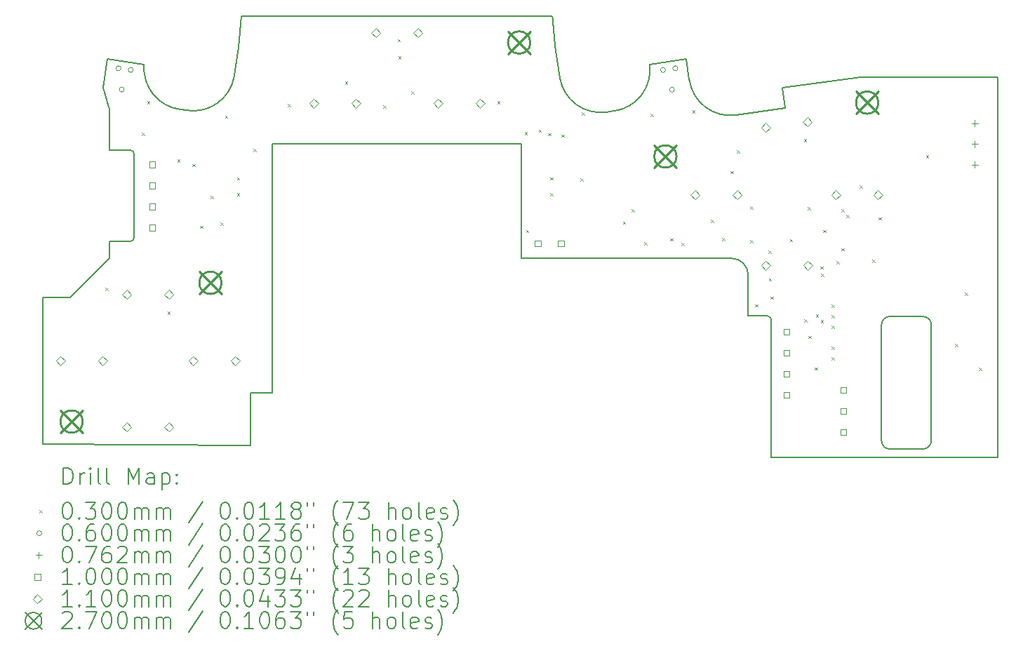
<source format=gbr>
%TF.GenerationSoftware,KiCad,Pcbnew,9.0.7*%
%TF.CreationDate,2026-01-05T21:05:52+01:00*%
%TF.ProjectId,pcb_phone_controller,7063625f-7068-46f6-9e65-5f636f6e7472,rev?*%
%TF.SameCoordinates,Original*%
%TF.FileFunction,Drillmap*%
%TF.FilePolarity,Positive*%
%FSLAX45Y45*%
G04 Gerber Fmt 4.5, Leading zero omitted, Abs format (unit mm)*
G04 Created by KiCad (PCBNEW 9.0.7) date 2026-01-05 21:05:52*
%MOMM*%
%LPD*%
G01*
G04 APERTURE LIST*
%ADD10C,0.200000*%
%ADD11C,0.100000*%
%ADD12C,0.110000*%
%ADD13C,0.270000*%
G04 APERTURE END LIST*
D10*
X17622136Y-10651318D02*
X17528005Y-10664301D01*
X12475629Y-10644612D02*
X12380200Y-10631450D01*
X16500000Y-12429194D02*
X19038412Y-12429194D01*
X11831588Y-12174194D02*
G75*
G02*
X11781588Y-12224188I-49998J4D01*
G01*
X11531588Y-12224194D02*
X11781587Y-12224194D01*
X11950868Y-10087691D02*
X11505088Y-10026207D01*
X10725000Y-14675000D02*
X10725000Y-14650000D01*
X22252863Y-10275000D02*
X22252863Y-10240762D01*
X11531588Y-10629194D02*
X11457267Y-10372925D01*
X13122893Y-9510186D02*
G75*
G02*
X13035803Y-10239160I-5934493J339296D01*
G01*
X13235000Y-14050000D02*
X13235000Y-14684194D01*
X13235000Y-14684194D02*
X10725000Y-14675000D01*
X10725000Y-12900000D02*
X10725000Y-14650000D01*
X11457267Y-10372925D02*
X11505088Y-10026207D01*
X18494912Y-10026207D02*
X18049132Y-10087691D01*
X11060877Y-12899194D02*
X10725000Y-12900000D01*
X19650466Y-10371561D02*
X19684632Y-10619279D01*
X13035804Y-10239160D02*
G75*
G02*
X12475629Y-10644617I-491864J89860D01*
G01*
X11781587Y-11124194D02*
G75*
G02*
X11831586Y-11174194I3J-49996D01*
G01*
X22252863Y-14834194D02*
X22252863Y-10275000D01*
X20598810Y-10240762D02*
X22225000Y-10240762D01*
X19468412Y-13124194D02*
G75*
G02*
X19518406Y-13174194I-2J-49996D01*
G01*
X13500000Y-14050000D02*
X13500000Y-11050000D01*
X16968164Y-10260656D02*
G75*
G02*
X16877107Y-9510186I5843436J1089766D01*
G01*
X19238412Y-13124194D02*
X19238412Y-12629194D01*
X22225000Y-10240762D02*
X22252863Y-10240762D01*
X11531588Y-12428483D02*
X11060877Y-12899194D01*
X17528005Y-10664301D02*
G75*
G02*
X16968165Y-10260656I-68315J495311D01*
G01*
X11531588Y-12428483D02*
X11531588Y-12224194D01*
X11531588Y-11124194D02*
X11531588Y-10629194D01*
X19468412Y-13124194D02*
X19238412Y-13124194D01*
X13500000Y-14050000D02*
X13235000Y-14050000D01*
X11831588Y-11174194D02*
X11831588Y-12174194D01*
X19650466Y-10371561D02*
X20598810Y-10240762D01*
X16500000Y-12429194D02*
X16500000Y-11050000D01*
X12380200Y-10631450D02*
G75*
G02*
X11950862Y-10087690I68320J495320D01*
G01*
X19518412Y-14834194D02*
X22252863Y-14834194D01*
X19092715Y-10700930D02*
G75*
G02*
X18529079Y-10273936I-68325J495310D01*
G01*
X19684632Y-10619279D02*
X19092715Y-10700930D01*
X16877107Y-9510186D02*
X13122893Y-9510186D01*
X13500000Y-11050000D02*
X16500000Y-11050000D01*
X19038412Y-12429194D02*
G75*
G02*
X19238406Y-12629194I-2J-199996D01*
G01*
X11781587Y-11124194D02*
X11531588Y-11124194D01*
X19518412Y-13174194D02*
X19518412Y-14834194D01*
X18529080Y-10273936D02*
X18494912Y-10026207D01*
X18049132Y-10087691D02*
G75*
G02*
X17622137Y-10651322I-495312J-68319D01*
G01*
X20848136Y-14631313D02*
X20848136Y-13231313D01*
X20948136Y-13131313D02*
X21348136Y-13131313D01*
X21348136Y-14731313D02*
X20948136Y-14731313D01*
X21448136Y-13231313D02*
X21448136Y-14631313D01*
X20848136Y-13231313D02*
G75*
G02*
X20948136Y-13131313I100000J0D01*
G01*
X20948136Y-14731313D02*
G75*
G02*
X20848136Y-14631313I0J100000D01*
G01*
X21348136Y-13131313D02*
G75*
G02*
X21448136Y-13231313I0J-100000D01*
G01*
X21448136Y-14631313D02*
G75*
G02*
X21348136Y-14731313I-100000J0D01*
G01*
D11*
X11485000Y-12785000D02*
X11515000Y-12815000D01*
X11515000Y-12785000D02*
X11485000Y-12815000D01*
X11925000Y-10915000D02*
X11955000Y-10945000D01*
X11955000Y-10915000D02*
X11925000Y-10945000D01*
X11985000Y-10535000D02*
X12015000Y-10565000D01*
X12015000Y-10535000D02*
X11985000Y-10565000D01*
X12232500Y-13072500D02*
X12262500Y-13102500D01*
X12262500Y-13072500D02*
X12232500Y-13102500D01*
X12350992Y-11236853D02*
X12380992Y-11266853D01*
X12380992Y-11236853D02*
X12350992Y-11266853D01*
X12535000Y-11289000D02*
X12565000Y-11319000D01*
X12565000Y-11289000D02*
X12535000Y-11319000D01*
X12625000Y-12035000D02*
X12655000Y-12065000D01*
X12655000Y-12035000D02*
X12625000Y-12065000D01*
X12755000Y-11675000D02*
X12785000Y-11705000D01*
X12785000Y-11675000D02*
X12755000Y-11705000D01*
X12871000Y-11999000D02*
X12901000Y-12029000D01*
X12901000Y-11999000D02*
X12871000Y-12029000D01*
X12927487Y-10707000D02*
X12957487Y-10737000D01*
X12957487Y-10707000D02*
X12927487Y-10737000D01*
X13071250Y-11450000D02*
X13101250Y-11480000D01*
X13101250Y-11450000D02*
X13071250Y-11480000D01*
X13071250Y-11640000D02*
X13101250Y-11670000D01*
X13101250Y-11640000D02*
X13071250Y-11670000D01*
X13270000Y-11107500D02*
X13300000Y-11137500D01*
X13300000Y-11107500D02*
X13270000Y-11137500D01*
X13685000Y-10565000D02*
X13715000Y-10595000D01*
X13715000Y-10565000D02*
X13685000Y-10595000D01*
X14375000Y-10295000D02*
X14405000Y-10325000D01*
X14405000Y-10295000D02*
X14375000Y-10325000D01*
X14835000Y-10585000D02*
X14865000Y-10615000D01*
X14865000Y-10585000D02*
X14835000Y-10615000D01*
X15010000Y-9785000D02*
X15040000Y-9815000D01*
X15040000Y-9785000D02*
X15010000Y-9815000D01*
X15017500Y-9990000D02*
X15047500Y-10020000D01*
X15047500Y-9990000D02*
X15017500Y-10020000D01*
X15175000Y-10415000D02*
X15205000Y-10445000D01*
X15205000Y-10415000D02*
X15175000Y-10445000D01*
X16210000Y-10535000D02*
X16240000Y-10565000D01*
X16240000Y-10535000D02*
X16210000Y-10565000D01*
X16541700Y-10906700D02*
X16571700Y-10936700D01*
X16571700Y-10906700D02*
X16541700Y-10936700D01*
X16560000Y-12085000D02*
X16590000Y-12115000D01*
X16590000Y-12085000D02*
X16560000Y-12115000D01*
X16710000Y-10875000D02*
X16740000Y-10905000D01*
X16740000Y-10875000D02*
X16710000Y-10905000D01*
X16825000Y-10918807D02*
X16855000Y-10948807D01*
X16855000Y-10918807D02*
X16825000Y-10948807D01*
X16851250Y-11450000D02*
X16881250Y-11480000D01*
X16881250Y-11450000D02*
X16851250Y-11480000D01*
X16851250Y-11640000D02*
X16881250Y-11670000D01*
X16881250Y-11640000D02*
X16851250Y-11670000D01*
X16985000Y-10935000D02*
X17015000Y-10965000D01*
X17015000Y-10935000D02*
X16985000Y-10965000D01*
X17215000Y-11465000D02*
X17245000Y-11495000D01*
X17245000Y-11465000D02*
X17215000Y-11495000D01*
X17232220Y-10666709D02*
X17262220Y-10696709D01*
X17262220Y-10666709D02*
X17232220Y-10696709D01*
X17727200Y-11985000D02*
X17757200Y-12015000D01*
X17757200Y-11985000D02*
X17727200Y-12015000D01*
X17835000Y-11835000D02*
X17865000Y-11865000D01*
X17865000Y-11835000D02*
X17835000Y-11865000D01*
X17985000Y-12235000D02*
X18015000Y-12265000D01*
X18015000Y-12235000D02*
X17985000Y-12265000D01*
X18060000Y-10685000D02*
X18090000Y-10715000D01*
X18090000Y-10685000D02*
X18060000Y-10715000D01*
X18300000Y-12186800D02*
X18330000Y-12216800D01*
X18330000Y-12186800D02*
X18300000Y-12216800D01*
X18435000Y-12244500D02*
X18465000Y-12274500D01*
X18465000Y-12244500D02*
X18435000Y-12274500D01*
X18565000Y-10645000D02*
X18595000Y-10675000D01*
X18595000Y-10645000D02*
X18565000Y-10675000D01*
X18789750Y-11961700D02*
X18819750Y-11991700D01*
X18819750Y-11961700D02*
X18789750Y-11991700D01*
X18925000Y-12185000D02*
X18955000Y-12215000D01*
X18955000Y-12185000D02*
X18925000Y-12215000D01*
X19027500Y-11375000D02*
X19057500Y-11405000D01*
X19057500Y-11375000D02*
X19027500Y-11405000D01*
X19105143Y-11127157D02*
X19135143Y-11157157D01*
X19135143Y-11127157D02*
X19105143Y-11157157D01*
X19264019Y-12211700D02*
X19294019Y-12241700D01*
X19294019Y-12211700D02*
X19264019Y-12241700D01*
X19265000Y-11805000D02*
X19295000Y-11835000D01*
X19295000Y-11805000D02*
X19265000Y-11835000D01*
X19325000Y-12985000D02*
X19355000Y-13015000D01*
X19355000Y-12985000D02*
X19325000Y-13015000D01*
X19485000Y-12335000D02*
X19515000Y-12365000D01*
X19515000Y-12335000D02*
X19485000Y-12365000D01*
X19489200Y-12670800D02*
X19519200Y-12700800D01*
X19519200Y-12670800D02*
X19489200Y-12700800D01*
X19509592Y-12891193D02*
X19539592Y-12921193D01*
X19539592Y-12891193D02*
X19509592Y-12921193D01*
X19741412Y-12196140D02*
X19771412Y-12226140D01*
X19771412Y-12196140D02*
X19741412Y-12226140D01*
X19912500Y-10992500D02*
X19942500Y-11022500D01*
X19942500Y-10992500D02*
X19912500Y-11022500D01*
X19915000Y-13165000D02*
X19945000Y-13195000D01*
X19945000Y-13165000D02*
X19915000Y-13195000D01*
X19960000Y-11810000D02*
X19990000Y-11840000D01*
X19990000Y-11810000D02*
X19960000Y-11840000D01*
X19965000Y-13365000D02*
X19995000Y-13395000D01*
X19995000Y-13365000D02*
X19965000Y-13395000D01*
X20045000Y-13745000D02*
X20075000Y-13775000D01*
X20075000Y-13745000D02*
X20045000Y-13775000D01*
X20057300Y-13105000D02*
X20087300Y-13135000D01*
X20087300Y-13105000D02*
X20057300Y-13135000D01*
X20109773Y-12527759D02*
X20139773Y-12557759D01*
X20139773Y-12527759D02*
X20109773Y-12557759D01*
X20115000Y-13175000D02*
X20145000Y-13205000D01*
X20145000Y-13175000D02*
X20115000Y-13205000D01*
X20118850Y-12617300D02*
X20148850Y-12647300D01*
X20148850Y-12617300D02*
X20118850Y-12647300D01*
X20145000Y-12085000D02*
X20175000Y-12115000D01*
X20175000Y-12085000D02*
X20145000Y-12115000D01*
X20246000Y-12989187D02*
X20276000Y-13019187D01*
X20276000Y-12989187D02*
X20246000Y-13019187D01*
X20246000Y-13116187D02*
X20276000Y-13146187D01*
X20276000Y-13116187D02*
X20246000Y-13146187D01*
X20246000Y-13243187D02*
X20276000Y-13273187D01*
X20276000Y-13243187D02*
X20246000Y-13273187D01*
X20246000Y-13497187D02*
X20276000Y-13527187D01*
X20276000Y-13497187D02*
X20246000Y-13527187D01*
X20246000Y-13624187D02*
X20276000Y-13654187D01*
X20276000Y-13624187D02*
X20246000Y-13654187D01*
X20305000Y-12465000D02*
X20335000Y-12495000D01*
X20335000Y-12465000D02*
X20305000Y-12495000D01*
X20365000Y-11835000D02*
X20395000Y-11865000D01*
X20395000Y-11835000D02*
X20365000Y-11865000D01*
X20365000Y-12305000D02*
X20395000Y-12335000D01*
X20395000Y-12305000D02*
X20365000Y-12335000D01*
X20425000Y-11905000D02*
X20455000Y-11935000D01*
X20455000Y-11905000D02*
X20425000Y-11935000D01*
X20585000Y-11550000D02*
X20615000Y-11580000D01*
X20615000Y-11550000D02*
X20585000Y-11580000D01*
X20735000Y-12445000D02*
X20765000Y-12475000D01*
X20765000Y-12445000D02*
X20735000Y-12475000D01*
X20815000Y-11935000D02*
X20845000Y-11965000D01*
X20845000Y-11935000D02*
X20815000Y-11965000D01*
X21385000Y-11185000D02*
X21415000Y-11215000D01*
X21415000Y-11185000D02*
X21385000Y-11215000D01*
X21736406Y-13463594D02*
X21766406Y-13493594D01*
X21766406Y-13463594D02*
X21736406Y-13493594D01*
X21855000Y-12845000D02*
X21885000Y-12875000D01*
X21885000Y-12845000D02*
X21855000Y-12875000D01*
X22024000Y-13751187D02*
X22054000Y-13781187D01*
X22054000Y-13751187D02*
X22024000Y-13781187D01*
X11670329Y-10135848D02*
G75*
G02*
X11610329Y-10135848I-30000J0D01*
G01*
X11610329Y-10135848D02*
G75*
G02*
X11670329Y-10135848I30000J0D01*
G01*
X11710467Y-10393750D02*
G75*
G02*
X11650467Y-10393750I-30000J0D01*
G01*
X11650467Y-10393750D02*
G75*
G02*
X11710467Y-10393750I30000J0D01*
G01*
X11818922Y-10156342D02*
G75*
G02*
X11758922Y-10156342I-30000J0D01*
G01*
X11758922Y-10156342D02*
G75*
G02*
X11818922Y-10156342I30000J0D01*
G01*
X18241078Y-10156342D02*
G75*
G02*
X18181078Y-10156342I-30000J0D01*
G01*
X18181078Y-10156342D02*
G75*
G02*
X18241078Y-10156342I30000J0D01*
G01*
X18349533Y-10393750D02*
G75*
G02*
X18289533Y-10393750I-30000J0D01*
G01*
X18289533Y-10393750D02*
G75*
G02*
X18349533Y-10393750I30000J0D01*
G01*
X18389672Y-10135848D02*
G75*
G02*
X18329672Y-10135848I-30000J0D01*
G01*
X18329672Y-10135848D02*
G75*
G02*
X18389672Y-10135848I30000J0D01*
G01*
X21975000Y-10761900D02*
X21975000Y-10838100D01*
X21936900Y-10800000D02*
X22013100Y-10800000D01*
X21975000Y-11011900D02*
X21975000Y-11088100D01*
X21936900Y-11050000D02*
X22013100Y-11050000D01*
X21975000Y-11261900D02*
X21975000Y-11338100D01*
X21936900Y-11300000D02*
X22013100Y-11300000D01*
X12085356Y-11331356D02*
X12085356Y-11260644D01*
X12014644Y-11260644D01*
X12014644Y-11331356D01*
X12085356Y-11331356D01*
X12085356Y-11585356D02*
X12085356Y-11514644D01*
X12014644Y-11514644D01*
X12014644Y-11585356D01*
X12085356Y-11585356D01*
X12085356Y-11839356D02*
X12085356Y-11768644D01*
X12014644Y-11768644D01*
X12014644Y-11839356D01*
X12085356Y-11839356D01*
X12085356Y-12093356D02*
X12085356Y-12022644D01*
X12014644Y-12022644D01*
X12014644Y-12093356D01*
X12085356Y-12093356D01*
X16735356Y-12285356D02*
X16735356Y-12214644D01*
X16664644Y-12214644D01*
X16664644Y-12285356D01*
X16735356Y-12285356D01*
X17015356Y-12285356D02*
X17015356Y-12214644D01*
X16944644Y-12214644D01*
X16944644Y-12285356D01*
X17015356Y-12285356D01*
X19735356Y-13354356D02*
X19735356Y-13283644D01*
X19664644Y-13283644D01*
X19664644Y-13354356D01*
X19735356Y-13354356D01*
X19735356Y-13608356D02*
X19735356Y-13537644D01*
X19664644Y-13537644D01*
X19664644Y-13608356D01*
X19735356Y-13608356D01*
X19735356Y-13862356D02*
X19735356Y-13791644D01*
X19664644Y-13791644D01*
X19664644Y-13862356D01*
X19735356Y-13862356D01*
X19735356Y-14116356D02*
X19735356Y-14045644D01*
X19664644Y-14045644D01*
X19664644Y-14116356D01*
X19735356Y-14116356D01*
X20423356Y-14055543D02*
X20423356Y-13984831D01*
X20352644Y-13984831D01*
X20352644Y-14055543D01*
X20423356Y-14055543D01*
X20423356Y-14309543D02*
X20423356Y-14238831D01*
X20352644Y-14238831D01*
X20352644Y-14309543D01*
X20423356Y-14309543D01*
X20423356Y-14563543D02*
X20423356Y-14492831D01*
X20352644Y-14492831D01*
X20352644Y-14563543D01*
X20423356Y-14563543D01*
D12*
X10942588Y-13719194D02*
X10997588Y-13664194D01*
X10942588Y-13609194D01*
X10887588Y-13664194D01*
X10942588Y-13719194D01*
X11450588Y-13719194D02*
X11505588Y-13664194D01*
X11450588Y-13609194D01*
X11395588Y-13664194D01*
X11450588Y-13719194D01*
X11742588Y-12919194D02*
X11797588Y-12864194D01*
X11742588Y-12809194D01*
X11687588Y-12864194D01*
X11742588Y-12919194D01*
X11742588Y-14519194D02*
X11797588Y-14464194D01*
X11742588Y-14409194D01*
X11687588Y-14464194D01*
X11742588Y-14519194D01*
X12250588Y-12919194D02*
X12305588Y-12864194D01*
X12250588Y-12809194D01*
X12195588Y-12864194D01*
X12250588Y-12919194D01*
X12250588Y-14519194D02*
X12305588Y-14464194D01*
X12250588Y-14409194D01*
X12195588Y-14464194D01*
X12250588Y-14519194D01*
X12542588Y-13719194D02*
X12597588Y-13664194D01*
X12542588Y-13609194D01*
X12487588Y-13664194D01*
X12542588Y-13719194D01*
X13050588Y-13719194D02*
X13105588Y-13664194D01*
X13050588Y-13609194D01*
X12995588Y-13664194D01*
X13050588Y-13719194D01*
X13996000Y-10614369D02*
X14051000Y-10559369D01*
X13996000Y-10504369D01*
X13941000Y-10559369D01*
X13996000Y-10614369D01*
X14504000Y-10614369D02*
X14559000Y-10559369D01*
X14504000Y-10504369D01*
X14449000Y-10559369D01*
X14504000Y-10614369D01*
X14746000Y-9764369D02*
X14801000Y-9709369D01*
X14746000Y-9654369D01*
X14691000Y-9709369D01*
X14746000Y-9764369D01*
X15254000Y-9764369D02*
X15309000Y-9709369D01*
X15254000Y-9654369D01*
X15199000Y-9709369D01*
X15254000Y-9764369D01*
X15496000Y-10614369D02*
X15551000Y-10559369D01*
X15496000Y-10504369D01*
X15441000Y-10559369D01*
X15496000Y-10614369D01*
X16004000Y-10614369D02*
X16059000Y-10559369D01*
X16004000Y-10504369D01*
X15949000Y-10559369D01*
X16004000Y-10614369D01*
X18600884Y-11719194D02*
X18655884Y-11664194D01*
X18600884Y-11609194D01*
X18545884Y-11664194D01*
X18600884Y-11719194D01*
X19108884Y-11719194D02*
X19163884Y-11664194D01*
X19108884Y-11609194D01*
X19053884Y-11664194D01*
X19108884Y-11719194D01*
X19449412Y-12567722D02*
X19504412Y-12512722D01*
X19449412Y-12457722D01*
X19394412Y-12512722D01*
X19449412Y-12567722D01*
X19451795Y-10905375D02*
X19506795Y-10850375D01*
X19451795Y-10795375D01*
X19396795Y-10850375D01*
X19451795Y-10905375D01*
X19955030Y-10835957D02*
X20010030Y-10780957D01*
X19955030Y-10725957D01*
X19900030Y-10780957D01*
X19955030Y-10835957D01*
X19957412Y-12567722D02*
X20012412Y-12512722D01*
X19957412Y-12457722D01*
X19902412Y-12512722D01*
X19957412Y-12567722D01*
X20297941Y-11719194D02*
X20352941Y-11664194D01*
X20297941Y-11609194D01*
X20242941Y-11664194D01*
X20297941Y-11719194D01*
X20805941Y-11719194D02*
X20860941Y-11664194D01*
X20805941Y-11609194D01*
X20750941Y-11664194D01*
X20805941Y-11719194D01*
D13*
X10940000Y-14265000D02*
X11210000Y-14535000D01*
X11210000Y-14265000D02*
X10940000Y-14535000D01*
X11210000Y-14400000D02*
G75*
G02*
X10940000Y-14400000I-135000J0D01*
G01*
X10940000Y-14400000D02*
G75*
G02*
X11210000Y-14400000I135000J0D01*
G01*
X12615000Y-12590000D02*
X12885000Y-12860000D01*
X12885000Y-12590000D02*
X12615000Y-12860000D01*
X12885000Y-12725000D02*
G75*
G02*
X12615000Y-12725000I-135000J0D01*
G01*
X12615000Y-12725000D02*
G75*
G02*
X12885000Y-12725000I135000J0D01*
G01*
X16340000Y-9690000D02*
X16610000Y-9960000D01*
X16610000Y-9690000D02*
X16340000Y-9960000D01*
X16610000Y-9825000D02*
G75*
G02*
X16340000Y-9825000I-135000J0D01*
G01*
X16340000Y-9825000D02*
G75*
G02*
X16610000Y-9825000I135000J0D01*
G01*
X18105000Y-11065000D02*
X18375000Y-11335000D01*
X18375000Y-11065000D02*
X18105000Y-11335000D01*
X18375000Y-11200000D02*
G75*
G02*
X18105000Y-11200000I-135000J0D01*
G01*
X18105000Y-11200000D02*
G75*
G02*
X18375000Y-11200000I135000J0D01*
G01*
X20540000Y-10415000D02*
X20810000Y-10685000D01*
X20810000Y-10415000D02*
X20540000Y-10685000D01*
X20810000Y-10550000D02*
G75*
G02*
X20540000Y-10550000I-135000J0D01*
G01*
X20540000Y-10550000D02*
G75*
G02*
X20810000Y-10550000I135000J0D01*
G01*
D10*
X10975777Y-15155678D02*
X10975777Y-14955678D01*
X10975777Y-14955678D02*
X11023396Y-14955678D01*
X11023396Y-14955678D02*
X11051967Y-14965201D01*
X11051967Y-14965201D02*
X11071015Y-14984249D01*
X11071015Y-14984249D02*
X11080539Y-15003297D01*
X11080539Y-15003297D02*
X11090063Y-15041392D01*
X11090063Y-15041392D02*
X11090063Y-15069963D01*
X11090063Y-15069963D02*
X11080539Y-15108058D01*
X11080539Y-15108058D02*
X11071015Y-15127106D01*
X11071015Y-15127106D02*
X11051967Y-15146154D01*
X11051967Y-15146154D02*
X11023396Y-15155678D01*
X11023396Y-15155678D02*
X10975777Y-15155678D01*
X11175777Y-15155678D02*
X11175777Y-15022344D01*
X11175777Y-15060439D02*
X11185301Y-15041392D01*
X11185301Y-15041392D02*
X11194824Y-15031868D01*
X11194824Y-15031868D02*
X11213872Y-15022344D01*
X11213872Y-15022344D02*
X11232920Y-15022344D01*
X11299586Y-15155678D02*
X11299586Y-15022344D01*
X11299586Y-14955678D02*
X11290062Y-14965201D01*
X11290062Y-14965201D02*
X11299586Y-14974725D01*
X11299586Y-14974725D02*
X11309110Y-14965201D01*
X11309110Y-14965201D02*
X11299586Y-14955678D01*
X11299586Y-14955678D02*
X11299586Y-14974725D01*
X11423396Y-15155678D02*
X11404348Y-15146154D01*
X11404348Y-15146154D02*
X11394824Y-15127106D01*
X11394824Y-15127106D02*
X11394824Y-14955678D01*
X11528158Y-15155678D02*
X11509110Y-15146154D01*
X11509110Y-15146154D02*
X11499586Y-15127106D01*
X11499586Y-15127106D02*
X11499586Y-14955678D01*
X11756729Y-15155678D02*
X11756729Y-14955678D01*
X11756729Y-14955678D02*
X11823396Y-15098535D01*
X11823396Y-15098535D02*
X11890062Y-14955678D01*
X11890062Y-14955678D02*
X11890062Y-15155678D01*
X12071015Y-15155678D02*
X12071015Y-15050916D01*
X12071015Y-15050916D02*
X12061491Y-15031868D01*
X12061491Y-15031868D02*
X12042443Y-15022344D01*
X12042443Y-15022344D02*
X12004348Y-15022344D01*
X12004348Y-15022344D02*
X11985301Y-15031868D01*
X12071015Y-15146154D02*
X12051967Y-15155678D01*
X12051967Y-15155678D02*
X12004348Y-15155678D01*
X12004348Y-15155678D02*
X11985301Y-15146154D01*
X11985301Y-15146154D02*
X11975777Y-15127106D01*
X11975777Y-15127106D02*
X11975777Y-15108058D01*
X11975777Y-15108058D02*
X11985301Y-15089011D01*
X11985301Y-15089011D02*
X12004348Y-15079487D01*
X12004348Y-15079487D02*
X12051967Y-15079487D01*
X12051967Y-15079487D02*
X12071015Y-15069963D01*
X12166253Y-15022344D02*
X12166253Y-15222344D01*
X12166253Y-15031868D02*
X12185301Y-15022344D01*
X12185301Y-15022344D02*
X12223396Y-15022344D01*
X12223396Y-15022344D02*
X12242443Y-15031868D01*
X12242443Y-15031868D02*
X12251967Y-15041392D01*
X12251967Y-15041392D02*
X12261491Y-15060439D01*
X12261491Y-15060439D02*
X12261491Y-15117582D01*
X12261491Y-15117582D02*
X12251967Y-15136630D01*
X12251967Y-15136630D02*
X12242443Y-15146154D01*
X12242443Y-15146154D02*
X12223396Y-15155678D01*
X12223396Y-15155678D02*
X12185301Y-15155678D01*
X12185301Y-15155678D02*
X12166253Y-15146154D01*
X12347205Y-15136630D02*
X12356729Y-15146154D01*
X12356729Y-15146154D02*
X12347205Y-15155678D01*
X12347205Y-15155678D02*
X12337682Y-15146154D01*
X12337682Y-15146154D02*
X12347205Y-15136630D01*
X12347205Y-15136630D02*
X12347205Y-15155678D01*
X12347205Y-15031868D02*
X12356729Y-15041392D01*
X12356729Y-15041392D02*
X12347205Y-15050916D01*
X12347205Y-15050916D02*
X12337682Y-15041392D01*
X12337682Y-15041392D02*
X12347205Y-15031868D01*
X12347205Y-15031868D02*
X12347205Y-15050916D01*
D11*
X10685000Y-15469194D02*
X10715000Y-15499194D01*
X10715000Y-15469194D02*
X10685000Y-15499194D01*
D10*
X11013872Y-15375678D02*
X11032920Y-15375678D01*
X11032920Y-15375678D02*
X11051967Y-15385201D01*
X11051967Y-15385201D02*
X11061491Y-15394725D01*
X11061491Y-15394725D02*
X11071015Y-15413773D01*
X11071015Y-15413773D02*
X11080539Y-15451868D01*
X11080539Y-15451868D02*
X11080539Y-15499487D01*
X11080539Y-15499487D02*
X11071015Y-15537582D01*
X11071015Y-15537582D02*
X11061491Y-15556630D01*
X11061491Y-15556630D02*
X11051967Y-15566154D01*
X11051967Y-15566154D02*
X11032920Y-15575678D01*
X11032920Y-15575678D02*
X11013872Y-15575678D01*
X11013872Y-15575678D02*
X10994824Y-15566154D01*
X10994824Y-15566154D02*
X10985301Y-15556630D01*
X10985301Y-15556630D02*
X10975777Y-15537582D01*
X10975777Y-15537582D02*
X10966253Y-15499487D01*
X10966253Y-15499487D02*
X10966253Y-15451868D01*
X10966253Y-15451868D02*
X10975777Y-15413773D01*
X10975777Y-15413773D02*
X10985301Y-15394725D01*
X10985301Y-15394725D02*
X10994824Y-15385201D01*
X10994824Y-15385201D02*
X11013872Y-15375678D01*
X11166253Y-15556630D02*
X11175777Y-15566154D01*
X11175777Y-15566154D02*
X11166253Y-15575678D01*
X11166253Y-15575678D02*
X11156729Y-15566154D01*
X11156729Y-15566154D02*
X11166253Y-15556630D01*
X11166253Y-15556630D02*
X11166253Y-15575678D01*
X11242443Y-15375678D02*
X11366253Y-15375678D01*
X11366253Y-15375678D02*
X11299586Y-15451868D01*
X11299586Y-15451868D02*
X11328158Y-15451868D01*
X11328158Y-15451868D02*
X11347205Y-15461392D01*
X11347205Y-15461392D02*
X11356729Y-15470916D01*
X11356729Y-15470916D02*
X11366253Y-15489963D01*
X11366253Y-15489963D02*
X11366253Y-15537582D01*
X11366253Y-15537582D02*
X11356729Y-15556630D01*
X11356729Y-15556630D02*
X11347205Y-15566154D01*
X11347205Y-15566154D02*
X11328158Y-15575678D01*
X11328158Y-15575678D02*
X11271015Y-15575678D01*
X11271015Y-15575678D02*
X11251967Y-15566154D01*
X11251967Y-15566154D02*
X11242443Y-15556630D01*
X11490062Y-15375678D02*
X11509110Y-15375678D01*
X11509110Y-15375678D02*
X11528158Y-15385201D01*
X11528158Y-15385201D02*
X11537682Y-15394725D01*
X11537682Y-15394725D02*
X11547205Y-15413773D01*
X11547205Y-15413773D02*
X11556729Y-15451868D01*
X11556729Y-15451868D02*
X11556729Y-15499487D01*
X11556729Y-15499487D02*
X11547205Y-15537582D01*
X11547205Y-15537582D02*
X11537682Y-15556630D01*
X11537682Y-15556630D02*
X11528158Y-15566154D01*
X11528158Y-15566154D02*
X11509110Y-15575678D01*
X11509110Y-15575678D02*
X11490062Y-15575678D01*
X11490062Y-15575678D02*
X11471015Y-15566154D01*
X11471015Y-15566154D02*
X11461491Y-15556630D01*
X11461491Y-15556630D02*
X11451967Y-15537582D01*
X11451967Y-15537582D02*
X11442443Y-15499487D01*
X11442443Y-15499487D02*
X11442443Y-15451868D01*
X11442443Y-15451868D02*
X11451967Y-15413773D01*
X11451967Y-15413773D02*
X11461491Y-15394725D01*
X11461491Y-15394725D02*
X11471015Y-15385201D01*
X11471015Y-15385201D02*
X11490062Y-15375678D01*
X11680539Y-15375678D02*
X11699586Y-15375678D01*
X11699586Y-15375678D02*
X11718634Y-15385201D01*
X11718634Y-15385201D02*
X11728158Y-15394725D01*
X11728158Y-15394725D02*
X11737682Y-15413773D01*
X11737682Y-15413773D02*
X11747205Y-15451868D01*
X11747205Y-15451868D02*
X11747205Y-15499487D01*
X11747205Y-15499487D02*
X11737682Y-15537582D01*
X11737682Y-15537582D02*
X11728158Y-15556630D01*
X11728158Y-15556630D02*
X11718634Y-15566154D01*
X11718634Y-15566154D02*
X11699586Y-15575678D01*
X11699586Y-15575678D02*
X11680539Y-15575678D01*
X11680539Y-15575678D02*
X11661491Y-15566154D01*
X11661491Y-15566154D02*
X11651967Y-15556630D01*
X11651967Y-15556630D02*
X11642443Y-15537582D01*
X11642443Y-15537582D02*
X11632920Y-15499487D01*
X11632920Y-15499487D02*
X11632920Y-15451868D01*
X11632920Y-15451868D02*
X11642443Y-15413773D01*
X11642443Y-15413773D02*
X11651967Y-15394725D01*
X11651967Y-15394725D02*
X11661491Y-15385201D01*
X11661491Y-15385201D02*
X11680539Y-15375678D01*
X11832920Y-15575678D02*
X11832920Y-15442344D01*
X11832920Y-15461392D02*
X11842443Y-15451868D01*
X11842443Y-15451868D02*
X11861491Y-15442344D01*
X11861491Y-15442344D02*
X11890063Y-15442344D01*
X11890063Y-15442344D02*
X11909110Y-15451868D01*
X11909110Y-15451868D02*
X11918634Y-15470916D01*
X11918634Y-15470916D02*
X11918634Y-15575678D01*
X11918634Y-15470916D02*
X11928158Y-15451868D01*
X11928158Y-15451868D02*
X11947205Y-15442344D01*
X11947205Y-15442344D02*
X11975777Y-15442344D01*
X11975777Y-15442344D02*
X11994824Y-15451868D01*
X11994824Y-15451868D02*
X12004348Y-15470916D01*
X12004348Y-15470916D02*
X12004348Y-15575678D01*
X12099586Y-15575678D02*
X12099586Y-15442344D01*
X12099586Y-15461392D02*
X12109110Y-15451868D01*
X12109110Y-15451868D02*
X12128158Y-15442344D01*
X12128158Y-15442344D02*
X12156729Y-15442344D01*
X12156729Y-15442344D02*
X12175777Y-15451868D01*
X12175777Y-15451868D02*
X12185301Y-15470916D01*
X12185301Y-15470916D02*
X12185301Y-15575678D01*
X12185301Y-15470916D02*
X12194824Y-15451868D01*
X12194824Y-15451868D02*
X12213872Y-15442344D01*
X12213872Y-15442344D02*
X12242443Y-15442344D01*
X12242443Y-15442344D02*
X12261491Y-15451868D01*
X12261491Y-15451868D02*
X12271015Y-15470916D01*
X12271015Y-15470916D02*
X12271015Y-15575678D01*
X12661491Y-15366154D02*
X12490063Y-15623297D01*
X12918634Y-15375678D02*
X12937682Y-15375678D01*
X12937682Y-15375678D02*
X12956729Y-15385201D01*
X12956729Y-15385201D02*
X12966253Y-15394725D01*
X12966253Y-15394725D02*
X12975777Y-15413773D01*
X12975777Y-15413773D02*
X12985301Y-15451868D01*
X12985301Y-15451868D02*
X12985301Y-15499487D01*
X12985301Y-15499487D02*
X12975777Y-15537582D01*
X12975777Y-15537582D02*
X12966253Y-15556630D01*
X12966253Y-15556630D02*
X12956729Y-15566154D01*
X12956729Y-15566154D02*
X12937682Y-15575678D01*
X12937682Y-15575678D02*
X12918634Y-15575678D01*
X12918634Y-15575678D02*
X12899586Y-15566154D01*
X12899586Y-15566154D02*
X12890063Y-15556630D01*
X12890063Y-15556630D02*
X12880539Y-15537582D01*
X12880539Y-15537582D02*
X12871015Y-15499487D01*
X12871015Y-15499487D02*
X12871015Y-15451868D01*
X12871015Y-15451868D02*
X12880539Y-15413773D01*
X12880539Y-15413773D02*
X12890063Y-15394725D01*
X12890063Y-15394725D02*
X12899586Y-15385201D01*
X12899586Y-15385201D02*
X12918634Y-15375678D01*
X13071015Y-15556630D02*
X13080539Y-15566154D01*
X13080539Y-15566154D02*
X13071015Y-15575678D01*
X13071015Y-15575678D02*
X13061491Y-15566154D01*
X13061491Y-15566154D02*
X13071015Y-15556630D01*
X13071015Y-15556630D02*
X13071015Y-15575678D01*
X13204348Y-15375678D02*
X13223396Y-15375678D01*
X13223396Y-15375678D02*
X13242444Y-15385201D01*
X13242444Y-15385201D02*
X13251967Y-15394725D01*
X13251967Y-15394725D02*
X13261491Y-15413773D01*
X13261491Y-15413773D02*
X13271015Y-15451868D01*
X13271015Y-15451868D02*
X13271015Y-15499487D01*
X13271015Y-15499487D02*
X13261491Y-15537582D01*
X13261491Y-15537582D02*
X13251967Y-15556630D01*
X13251967Y-15556630D02*
X13242444Y-15566154D01*
X13242444Y-15566154D02*
X13223396Y-15575678D01*
X13223396Y-15575678D02*
X13204348Y-15575678D01*
X13204348Y-15575678D02*
X13185301Y-15566154D01*
X13185301Y-15566154D02*
X13175777Y-15556630D01*
X13175777Y-15556630D02*
X13166253Y-15537582D01*
X13166253Y-15537582D02*
X13156729Y-15499487D01*
X13156729Y-15499487D02*
X13156729Y-15451868D01*
X13156729Y-15451868D02*
X13166253Y-15413773D01*
X13166253Y-15413773D02*
X13175777Y-15394725D01*
X13175777Y-15394725D02*
X13185301Y-15385201D01*
X13185301Y-15385201D02*
X13204348Y-15375678D01*
X13461491Y-15575678D02*
X13347206Y-15575678D01*
X13404348Y-15575678D02*
X13404348Y-15375678D01*
X13404348Y-15375678D02*
X13385301Y-15404249D01*
X13385301Y-15404249D02*
X13366253Y-15423297D01*
X13366253Y-15423297D02*
X13347206Y-15432820D01*
X13651967Y-15575678D02*
X13537682Y-15575678D01*
X13594825Y-15575678D02*
X13594825Y-15375678D01*
X13594825Y-15375678D02*
X13575777Y-15404249D01*
X13575777Y-15404249D02*
X13556729Y-15423297D01*
X13556729Y-15423297D02*
X13537682Y-15432820D01*
X13766253Y-15461392D02*
X13747206Y-15451868D01*
X13747206Y-15451868D02*
X13737682Y-15442344D01*
X13737682Y-15442344D02*
X13728158Y-15423297D01*
X13728158Y-15423297D02*
X13728158Y-15413773D01*
X13728158Y-15413773D02*
X13737682Y-15394725D01*
X13737682Y-15394725D02*
X13747206Y-15385201D01*
X13747206Y-15385201D02*
X13766253Y-15375678D01*
X13766253Y-15375678D02*
X13804348Y-15375678D01*
X13804348Y-15375678D02*
X13823396Y-15385201D01*
X13823396Y-15385201D02*
X13832920Y-15394725D01*
X13832920Y-15394725D02*
X13842444Y-15413773D01*
X13842444Y-15413773D02*
X13842444Y-15423297D01*
X13842444Y-15423297D02*
X13832920Y-15442344D01*
X13832920Y-15442344D02*
X13823396Y-15451868D01*
X13823396Y-15451868D02*
X13804348Y-15461392D01*
X13804348Y-15461392D02*
X13766253Y-15461392D01*
X13766253Y-15461392D02*
X13747206Y-15470916D01*
X13747206Y-15470916D02*
X13737682Y-15480439D01*
X13737682Y-15480439D02*
X13728158Y-15499487D01*
X13728158Y-15499487D02*
X13728158Y-15537582D01*
X13728158Y-15537582D02*
X13737682Y-15556630D01*
X13737682Y-15556630D02*
X13747206Y-15566154D01*
X13747206Y-15566154D02*
X13766253Y-15575678D01*
X13766253Y-15575678D02*
X13804348Y-15575678D01*
X13804348Y-15575678D02*
X13823396Y-15566154D01*
X13823396Y-15566154D02*
X13832920Y-15556630D01*
X13832920Y-15556630D02*
X13842444Y-15537582D01*
X13842444Y-15537582D02*
X13842444Y-15499487D01*
X13842444Y-15499487D02*
X13832920Y-15480439D01*
X13832920Y-15480439D02*
X13823396Y-15470916D01*
X13823396Y-15470916D02*
X13804348Y-15461392D01*
X13918634Y-15375678D02*
X13918634Y-15413773D01*
X13994825Y-15375678D02*
X13994825Y-15413773D01*
X14290063Y-15651868D02*
X14280539Y-15642344D01*
X14280539Y-15642344D02*
X14261491Y-15613773D01*
X14261491Y-15613773D02*
X14251968Y-15594725D01*
X14251968Y-15594725D02*
X14242444Y-15566154D01*
X14242444Y-15566154D02*
X14232920Y-15518535D01*
X14232920Y-15518535D02*
X14232920Y-15480439D01*
X14232920Y-15480439D02*
X14242444Y-15432820D01*
X14242444Y-15432820D02*
X14251968Y-15404249D01*
X14251968Y-15404249D02*
X14261491Y-15385201D01*
X14261491Y-15385201D02*
X14280539Y-15356630D01*
X14280539Y-15356630D02*
X14290063Y-15347106D01*
X14347206Y-15375678D02*
X14480539Y-15375678D01*
X14480539Y-15375678D02*
X14394825Y-15575678D01*
X14537682Y-15375678D02*
X14661491Y-15375678D01*
X14661491Y-15375678D02*
X14594825Y-15451868D01*
X14594825Y-15451868D02*
X14623396Y-15451868D01*
X14623396Y-15451868D02*
X14642444Y-15461392D01*
X14642444Y-15461392D02*
X14651968Y-15470916D01*
X14651968Y-15470916D02*
X14661491Y-15489963D01*
X14661491Y-15489963D02*
X14661491Y-15537582D01*
X14661491Y-15537582D02*
X14651968Y-15556630D01*
X14651968Y-15556630D02*
X14642444Y-15566154D01*
X14642444Y-15566154D02*
X14623396Y-15575678D01*
X14623396Y-15575678D02*
X14566253Y-15575678D01*
X14566253Y-15575678D02*
X14547206Y-15566154D01*
X14547206Y-15566154D02*
X14537682Y-15556630D01*
X14899587Y-15575678D02*
X14899587Y-15375678D01*
X14985301Y-15575678D02*
X14985301Y-15470916D01*
X14985301Y-15470916D02*
X14975777Y-15451868D01*
X14975777Y-15451868D02*
X14956730Y-15442344D01*
X14956730Y-15442344D02*
X14928158Y-15442344D01*
X14928158Y-15442344D02*
X14909110Y-15451868D01*
X14909110Y-15451868D02*
X14899587Y-15461392D01*
X15109110Y-15575678D02*
X15090063Y-15566154D01*
X15090063Y-15566154D02*
X15080539Y-15556630D01*
X15080539Y-15556630D02*
X15071015Y-15537582D01*
X15071015Y-15537582D02*
X15071015Y-15480439D01*
X15071015Y-15480439D02*
X15080539Y-15461392D01*
X15080539Y-15461392D02*
X15090063Y-15451868D01*
X15090063Y-15451868D02*
X15109110Y-15442344D01*
X15109110Y-15442344D02*
X15137682Y-15442344D01*
X15137682Y-15442344D02*
X15156730Y-15451868D01*
X15156730Y-15451868D02*
X15166253Y-15461392D01*
X15166253Y-15461392D02*
X15175777Y-15480439D01*
X15175777Y-15480439D02*
X15175777Y-15537582D01*
X15175777Y-15537582D02*
X15166253Y-15556630D01*
X15166253Y-15556630D02*
X15156730Y-15566154D01*
X15156730Y-15566154D02*
X15137682Y-15575678D01*
X15137682Y-15575678D02*
X15109110Y-15575678D01*
X15290063Y-15575678D02*
X15271015Y-15566154D01*
X15271015Y-15566154D02*
X15261491Y-15547106D01*
X15261491Y-15547106D02*
X15261491Y-15375678D01*
X15442444Y-15566154D02*
X15423396Y-15575678D01*
X15423396Y-15575678D02*
X15385301Y-15575678D01*
X15385301Y-15575678D02*
X15366253Y-15566154D01*
X15366253Y-15566154D02*
X15356730Y-15547106D01*
X15356730Y-15547106D02*
X15356730Y-15470916D01*
X15356730Y-15470916D02*
X15366253Y-15451868D01*
X15366253Y-15451868D02*
X15385301Y-15442344D01*
X15385301Y-15442344D02*
X15423396Y-15442344D01*
X15423396Y-15442344D02*
X15442444Y-15451868D01*
X15442444Y-15451868D02*
X15451968Y-15470916D01*
X15451968Y-15470916D02*
X15451968Y-15489963D01*
X15451968Y-15489963D02*
X15356730Y-15509011D01*
X15528158Y-15566154D02*
X15547206Y-15575678D01*
X15547206Y-15575678D02*
X15585301Y-15575678D01*
X15585301Y-15575678D02*
X15604349Y-15566154D01*
X15604349Y-15566154D02*
X15613872Y-15547106D01*
X15613872Y-15547106D02*
X15613872Y-15537582D01*
X15613872Y-15537582D02*
X15604349Y-15518535D01*
X15604349Y-15518535D02*
X15585301Y-15509011D01*
X15585301Y-15509011D02*
X15556730Y-15509011D01*
X15556730Y-15509011D02*
X15537682Y-15499487D01*
X15537682Y-15499487D02*
X15528158Y-15480439D01*
X15528158Y-15480439D02*
X15528158Y-15470916D01*
X15528158Y-15470916D02*
X15537682Y-15451868D01*
X15537682Y-15451868D02*
X15556730Y-15442344D01*
X15556730Y-15442344D02*
X15585301Y-15442344D01*
X15585301Y-15442344D02*
X15604349Y-15451868D01*
X15680539Y-15651868D02*
X15690063Y-15642344D01*
X15690063Y-15642344D02*
X15709111Y-15613773D01*
X15709111Y-15613773D02*
X15718634Y-15594725D01*
X15718634Y-15594725D02*
X15728158Y-15566154D01*
X15728158Y-15566154D02*
X15737682Y-15518535D01*
X15737682Y-15518535D02*
X15737682Y-15480439D01*
X15737682Y-15480439D02*
X15728158Y-15432820D01*
X15728158Y-15432820D02*
X15718634Y-15404249D01*
X15718634Y-15404249D02*
X15709111Y-15385201D01*
X15709111Y-15385201D02*
X15690063Y-15356630D01*
X15690063Y-15356630D02*
X15680539Y-15347106D01*
D11*
X10715000Y-15748194D02*
G75*
G02*
X10655000Y-15748194I-30000J0D01*
G01*
X10655000Y-15748194D02*
G75*
G02*
X10715000Y-15748194I30000J0D01*
G01*
D10*
X11013872Y-15639678D02*
X11032920Y-15639678D01*
X11032920Y-15639678D02*
X11051967Y-15649201D01*
X11051967Y-15649201D02*
X11061491Y-15658725D01*
X11061491Y-15658725D02*
X11071015Y-15677773D01*
X11071015Y-15677773D02*
X11080539Y-15715868D01*
X11080539Y-15715868D02*
X11080539Y-15763487D01*
X11080539Y-15763487D02*
X11071015Y-15801582D01*
X11071015Y-15801582D02*
X11061491Y-15820630D01*
X11061491Y-15820630D02*
X11051967Y-15830154D01*
X11051967Y-15830154D02*
X11032920Y-15839678D01*
X11032920Y-15839678D02*
X11013872Y-15839678D01*
X11013872Y-15839678D02*
X10994824Y-15830154D01*
X10994824Y-15830154D02*
X10985301Y-15820630D01*
X10985301Y-15820630D02*
X10975777Y-15801582D01*
X10975777Y-15801582D02*
X10966253Y-15763487D01*
X10966253Y-15763487D02*
X10966253Y-15715868D01*
X10966253Y-15715868D02*
X10975777Y-15677773D01*
X10975777Y-15677773D02*
X10985301Y-15658725D01*
X10985301Y-15658725D02*
X10994824Y-15649201D01*
X10994824Y-15649201D02*
X11013872Y-15639678D01*
X11166253Y-15820630D02*
X11175777Y-15830154D01*
X11175777Y-15830154D02*
X11166253Y-15839678D01*
X11166253Y-15839678D02*
X11156729Y-15830154D01*
X11156729Y-15830154D02*
X11166253Y-15820630D01*
X11166253Y-15820630D02*
X11166253Y-15839678D01*
X11347205Y-15639678D02*
X11309110Y-15639678D01*
X11309110Y-15639678D02*
X11290062Y-15649201D01*
X11290062Y-15649201D02*
X11280539Y-15658725D01*
X11280539Y-15658725D02*
X11261491Y-15687297D01*
X11261491Y-15687297D02*
X11251967Y-15725392D01*
X11251967Y-15725392D02*
X11251967Y-15801582D01*
X11251967Y-15801582D02*
X11261491Y-15820630D01*
X11261491Y-15820630D02*
X11271015Y-15830154D01*
X11271015Y-15830154D02*
X11290062Y-15839678D01*
X11290062Y-15839678D02*
X11328158Y-15839678D01*
X11328158Y-15839678D02*
X11347205Y-15830154D01*
X11347205Y-15830154D02*
X11356729Y-15820630D01*
X11356729Y-15820630D02*
X11366253Y-15801582D01*
X11366253Y-15801582D02*
X11366253Y-15753963D01*
X11366253Y-15753963D02*
X11356729Y-15734916D01*
X11356729Y-15734916D02*
X11347205Y-15725392D01*
X11347205Y-15725392D02*
X11328158Y-15715868D01*
X11328158Y-15715868D02*
X11290062Y-15715868D01*
X11290062Y-15715868D02*
X11271015Y-15725392D01*
X11271015Y-15725392D02*
X11261491Y-15734916D01*
X11261491Y-15734916D02*
X11251967Y-15753963D01*
X11490062Y-15639678D02*
X11509110Y-15639678D01*
X11509110Y-15639678D02*
X11528158Y-15649201D01*
X11528158Y-15649201D02*
X11537682Y-15658725D01*
X11537682Y-15658725D02*
X11547205Y-15677773D01*
X11547205Y-15677773D02*
X11556729Y-15715868D01*
X11556729Y-15715868D02*
X11556729Y-15763487D01*
X11556729Y-15763487D02*
X11547205Y-15801582D01*
X11547205Y-15801582D02*
X11537682Y-15820630D01*
X11537682Y-15820630D02*
X11528158Y-15830154D01*
X11528158Y-15830154D02*
X11509110Y-15839678D01*
X11509110Y-15839678D02*
X11490062Y-15839678D01*
X11490062Y-15839678D02*
X11471015Y-15830154D01*
X11471015Y-15830154D02*
X11461491Y-15820630D01*
X11461491Y-15820630D02*
X11451967Y-15801582D01*
X11451967Y-15801582D02*
X11442443Y-15763487D01*
X11442443Y-15763487D02*
X11442443Y-15715868D01*
X11442443Y-15715868D02*
X11451967Y-15677773D01*
X11451967Y-15677773D02*
X11461491Y-15658725D01*
X11461491Y-15658725D02*
X11471015Y-15649201D01*
X11471015Y-15649201D02*
X11490062Y-15639678D01*
X11680539Y-15639678D02*
X11699586Y-15639678D01*
X11699586Y-15639678D02*
X11718634Y-15649201D01*
X11718634Y-15649201D02*
X11728158Y-15658725D01*
X11728158Y-15658725D02*
X11737682Y-15677773D01*
X11737682Y-15677773D02*
X11747205Y-15715868D01*
X11747205Y-15715868D02*
X11747205Y-15763487D01*
X11747205Y-15763487D02*
X11737682Y-15801582D01*
X11737682Y-15801582D02*
X11728158Y-15820630D01*
X11728158Y-15820630D02*
X11718634Y-15830154D01*
X11718634Y-15830154D02*
X11699586Y-15839678D01*
X11699586Y-15839678D02*
X11680539Y-15839678D01*
X11680539Y-15839678D02*
X11661491Y-15830154D01*
X11661491Y-15830154D02*
X11651967Y-15820630D01*
X11651967Y-15820630D02*
X11642443Y-15801582D01*
X11642443Y-15801582D02*
X11632920Y-15763487D01*
X11632920Y-15763487D02*
X11632920Y-15715868D01*
X11632920Y-15715868D02*
X11642443Y-15677773D01*
X11642443Y-15677773D02*
X11651967Y-15658725D01*
X11651967Y-15658725D02*
X11661491Y-15649201D01*
X11661491Y-15649201D02*
X11680539Y-15639678D01*
X11832920Y-15839678D02*
X11832920Y-15706344D01*
X11832920Y-15725392D02*
X11842443Y-15715868D01*
X11842443Y-15715868D02*
X11861491Y-15706344D01*
X11861491Y-15706344D02*
X11890063Y-15706344D01*
X11890063Y-15706344D02*
X11909110Y-15715868D01*
X11909110Y-15715868D02*
X11918634Y-15734916D01*
X11918634Y-15734916D02*
X11918634Y-15839678D01*
X11918634Y-15734916D02*
X11928158Y-15715868D01*
X11928158Y-15715868D02*
X11947205Y-15706344D01*
X11947205Y-15706344D02*
X11975777Y-15706344D01*
X11975777Y-15706344D02*
X11994824Y-15715868D01*
X11994824Y-15715868D02*
X12004348Y-15734916D01*
X12004348Y-15734916D02*
X12004348Y-15839678D01*
X12099586Y-15839678D02*
X12099586Y-15706344D01*
X12099586Y-15725392D02*
X12109110Y-15715868D01*
X12109110Y-15715868D02*
X12128158Y-15706344D01*
X12128158Y-15706344D02*
X12156729Y-15706344D01*
X12156729Y-15706344D02*
X12175777Y-15715868D01*
X12175777Y-15715868D02*
X12185301Y-15734916D01*
X12185301Y-15734916D02*
X12185301Y-15839678D01*
X12185301Y-15734916D02*
X12194824Y-15715868D01*
X12194824Y-15715868D02*
X12213872Y-15706344D01*
X12213872Y-15706344D02*
X12242443Y-15706344D01*
X12242443Y-15706344D02*
X12261491Y-15715868D01*
X12261491Y-15715868D02*
X12271015Y-15734916D01*
X12271015Y-15734916D02*
X12271015Y-15839678D01*
X12661491Y-15630154D02*
X12490063Y-15887297D01*
X12918634Y-15639678D02*
X12937682Y-15639678D01*
X12937682Y-15639678D02*
X12956729Y-15649201D01*
X12956729Y-15649201D02*
X12966253Y-15658725D01*
X12966253Y-15658725D02*
X12975777Y-15677773D01*
X12975777Y-15677773D02*
X12985301Y-15715868D01*
X12985301Y-15715868D02*
X12985301Y-15763487D01*
X12985301Y-15763487D02*
X12975777Y-15801582D01*
X12975777Y-15801582D02*
X12966253Y-15820630D01*
X12966253Y-15820630D02*
X12956729Y-15830154D01*
X12956729Y-15830154D02*
X12937682Y-15839678D01*
X12937682Y-15839678D02*
X12918634Y-15839678D01*
X12918634Y-15839678D02*
X12899586Y-15830154D01*
X12899586Y-15830154D02*
X12890063Y-15820630D01*
X12890063Y-15820630D02*
X12880539Y-15801582D01*
X12880539Y-15801582D02*
X12871015Y-15763487D01*
X12871015Y-15763487D02*
X12871015Y-15715868D01*
X12871015Y-15715868D02*
X12880539Y-15677773D01*
X12880539Y-15677773D02*
X12890063Y-15658725D01*
X12890063Y-15658725D02*
X12899586Y-15649201D01*
X12899586Y-15649201D02*
X12918634Y-15639678D01*
X13071015Y-15820630D02*
X13080539Y-15830154D01*
X13080539Y-15830154D02*
X13071015Y-15839678D01*
X13071015Y-15839678D02*
X13061491Y-15830154D01*
X13061491Y-15830154D02*
X13071015Y-15820630D01*
X13071015Y-15820630D02*
X13071015Y-15839678D01*
X13204348Y-15639678D02*
X13223396Y-15639678D01*
X13223396Y-15639678D02*
X13242444Y-15649201D01*
X13242444Y-15649201D02*
X13251967Y-15658725D01*
X13251967Y-15658725D02*
X13261491Y-15677773D01*
X13261491Y-15677773D02*
X13271015Y-15715868D01*
X13271015Y-15715868D02*
X13271015Y-15763487D01*
X13271015Y-15763487D02*
X13261491Y-15801582D01*
X13261491Y-15801582D02*
X13251967Y-15820630D01*
X13251967Y-15820630D02*
X13242444Y-15830154D01*
X13242444Y-15830154D02*
X13223396Y-15839678D01*
X13223396Y-15839678D02*
X13204348Y-15839678D01*
X13204348Y-15839678D02*
X13185301Y-15830154D01*
X13185301Y-15830154D02*
X13175777Y-15820630D01*
X13175777Y-15820630D02*
X13166253Y-15801582D01*
X13166253Y-15801582D02*
X13156729Y-15763487D01*
X13156729Y-15763487D02*
X13156729Y-15715868D01*
X13156729Y-15715868D02*
X13166253Y-15677773D01*
X13166253Y-15677773D02*
X13175777Y-15658725D01*
X13175777Y-15658725D02*
X13185301Y-15649201D01*
X13185301Y-15649201D02*
X13204348Y-15639678D01*
X13347206Y-15658725D02*
X13356729Y-15649201D01*
X13356729Y-15649201D02*
X13375777Y-15639678D01*
X13375777Y-15639678D02*
X13423396Y-15639678D01*
X13423396Y-15639678D02*
X13442444Y-15649201D01*
X13442444Y-15649201D02*
X13451967Y-15658725D01*
X13451967Y-15658725D02*
X13461491Y-15677773D01*
X13461491Y-15677773D02*
X13461491Y-15696820D01*
X13461491Y-15696820D02*
X13451967Y-15725392D01*
X13451967Y-15725392D02*
X13337682Y-15839678D01*
X13337682Y-15839678D02*
X13461491Y-15839678D01*
X13528158Y-15639678D02*
X13651967Y-15639678D01*
X13651967Y-15639678D02*
X13585301Y-15715868D01*
X13585301Y-15715868D02*
X13613872Y-15715868D01*
X13613872Y-15715868D02*
X13632920Y-15725392D01*
X13632920Y-15725392D02*
X13642444Y-15734916D01*
X13642444Y-15734916D02*
X13651967Y-15753963D01*
X13651967Y-15753963D02*
X13651967Y-15801582D01*
X13651967Y-15801582D02*
X13642444Y-15820630D01*
X13642444Y-15820630D02*
X13632920Y-15830154D01*
X13632920Y-15830154D02*
X13613872Y-15839678D01*
X13613872Y-15839678D02*
X13556729Y-15839678D01*
X13556729Y-15839678D02*
X13537682Y-15830154D01*
X13537682Y-15830154D02*
X13528158Y-15820630D01*
X13823396Y-15639678D02*
X13785301Y-15639678D01*
X13785301Y-15639678D02*
X13766253Y-15649201D01*
X13766253Y-15649201D02*
X13756729Y-15658725D01*
X13756729Y-15658725D02*
X13737682Y-15687297D01*
X13737682Y-15687297D02*
X13728158Y-15725392D01*
X13728158Y-15725392D02*
X13728158Y-15801582D01*
X13728158Y-15801582D02*
X13737682Y-15820630D01*
X13737682Y-15820630D02*
X13747206Y-15830154D01*
X13747206Y-15830154D02*
X13766253Y-15839678D01*
X13766253Y-15839678D02*
X13804348Y-15839678D01*
X13804348Y-15839678D02*
X13823396Y-15830154D01*
X13823396Y-15830154D02*
X13832920Y-15820630D01*
X13832920Y-15820630D02*
X13842444Y-15801582D01*
X13842444Y-15801582D02*
X13842444Y-15753963D01*
X13842444Y-15753963D02*
X13832920Y-15734916D01*
X13832920Y-15734916D02*
X13823396Y-15725392D01*
X13823396Y-15725392D02*
X13804348Y-15715868D01*
X13804348Y-15715868D02*
X13766253Y-15715868D01*
X13766253Y-15715868D02*
X13747206Y-15725392D01*
X13747206Y-15725392D02*
X13737682Y-15734916D01*
X13737682Y-15734916D02*
X13728158Y-15753963D01*
X13918634Y-15639678D02*
X13918634Y-15677773D01*
X13994825Y-15639678D02*
X13994825Y-15677773D01*
X14290063Y-15915868D02*
X14280539Y-15906344D01*
X14280539Y-15906344D02*
X14261491Y-15877773D01*
X14261491Y-15877773D02*
X14251968Y-15858725D01*
X14251968Y-15858725D02*
X14242444Y-15830154D01*
X14242444Y-15830154D02*
X14232920Y-15782535D01*
X14232920Y-15782535D02*
X14232920Y-15744439D01*
X14232920Y-15744439D02*
X14242444Y-15696820D01*
X14242444Y-15696820D02*
X14251968Y-15668249D01*
X14251968Y-15668249D02*
X14261491Y-15649201D01*
X14261491Y-15649201D02*
X14280539Y-15620630D01*
X14280539Y-15620630D02*
X14290063Y-15611106D01*
X14451968Y-15639678D02*
X14413872Y-15639678D01*
X14413872Y-15639678D02*
X14394825Y-15649201D01*
X14394825Y-15649201D02*
X14385301Y-15658725D01*
X14385301Y-15658725D02*
X14366253Y-15687297D01*
X14366253Y-15687297D02*
X14356729Y-15725392D01*
X14356729Y-15725392D02*
X14356729Y-15801582D01*
X14356729Y-15801582D02*
X14366253Y-15820630D01*
X14366253Y-15820630D02*
X14375777Y-15830154D01*
X14375777Y-15830154D02*
X14394825Y-15839678D01*
X14394825Y-15839678D02*
X14432920Y-15839678D01*
X14432920Y-15839678D02*
X14451968Y-15830154D01*
X14451968Y-15830154D02*
X14461491Y-15820630D01*
X14461491Y-15820630D02*
X14471015Y-15801582D01*
X14471015Y-15801582D02*
X14471015Y-15753963D01*
X14471015Y-15753963D02*
X14461491Y-15734916D01*
X14461491Y-15734916D02*
X14451968Y-15725392D01*
X14451968Y-15725392D02*
X14432920Y-15715868D01*
X14432920Y-15715868D02*
X14394825Y-15715868D01*
X14394825Y-15715868D02*
X14375777Y-15725392D01*
X14375777Y-15725392D02*
X14366253Y-15734916D01*
X14366253Y-15734916D02*
X14356729Y-15753963D01*
X14709110Y-15839678D02*
X14709110Y-15639678D01*
X14794825Y-15839678D02*
X14794825Y-15734916D01*
X14794825Y-15734916D02*
X14785301Y-15715868D01*
X14785301Y-15715868D02*
X14766253Y-15706344D01*
X14766253Y-15706344D02*
X14737682Y-15706344D01*
X14737682Y-15706344D02*
X14718634Y-15715868D01*
X14718634Y-15715868D02*
X14709110Y-15725392D01*
X14918634Y-15839678D02*
X14899587Y-15830154D01*
X14899587Y-15830154D02*
X14890063Y-15820630D01*
X14890063Y-15820630D02*
X14880539Y-15801582D01*
X14880539Y-15801582D02*
X14880539Y-15744439D01*
X14880539Y-15744439D02*
X14890063Y-15725392D01*
X14890063Y-15725392D02*
X14899587Y-15715868D01*
X14899587Y-15715868D02*
X14918634Y-15706344D01*
X14918634Y-15706344D02*
X14947206Y-15706344D01*
X14947206Y-15706344D02*
X14966253Y-15715868D01*
X14966253Y-15715868D02*
X14975777Y-15725392D01*
X14975777Y-15725392D02*
X14985301Y-15744439D01*
X14985301Y-15744439D02*
X14985301Y-15801582D01*
X14985301Y-15801582D02*
X14975777Y-15820630D01*
X14975777Y-15820630D02*
X14966253Y-15830154D01*
X14966253Y-15830154D02*
X14947206Y-15839678D01*
X14947206Y-15839678D02*
X14918634Y-15839678D01*
X15099587Y-15839678D02*
X15080539Y-15830154D01*
X15080539Y-15830154D02*
X15071015Y-15811106D01*
X15071015Y-15811106D02*
X15071015Y-15639678D01*
X15251968Y-15830154D02*
X15232920Y-15839678D01*
X15232920Y-15839678D02*
X15194825Y-15839678D01*
X15194825Y-15839678D02*
X15175777Y-15830154D01*
X15175777Y-15830154D02*
X15166253Y-15811106D01*
X15166253Y-15811106D02*
X15166253Y-15734916D01*
X15166253Y-15734916D02*
X15175777Y-15715868D01*
X15175777Y-15715868D02*
X15194825Y-15706344D01*
X15194825Y-15706344D02*
X15232920Y-15706344D01*
X15232920Y-15706344D02*
X15251968Y-15715868D01*
X15251968Y-15715868D02*
X15261491Y-15734916D01*
X15261491Y-15734916D02*
X15261491Y-15753963D01*
X15261491Y-15753963D02*
X15166253Y-15773011D01*
X15337682Y-15830154D02*
X15356730Y-15839678D01*
X15356730Y-15839678D02*
X15394825Y-15839678D01*
X15394825Y-15839678D02*
X15413872Y-15830154D01*
X15413872Y-15830154D02*
X15423396Y-15811106D01*
X15423396Y-15811106D02*
X15423396Y-15801582D01*
X15423396Y-15801582D02*
X15413872Y-15782535D01*
X15413872Y-15782535D02*
X15394825Y-15773011D01*
X15394825Y-15773011D02*
X15366253Y-15773011D01*
X15366253Y-15773011D02*
X15347206Y-15763487D01*
X15347206Y-15763487D02*
X15337682Y-15744439D01*
X15337682Y-15744439D02*
X15337682Y-15734916D01*
X15337682Y-15734916D02*
X15347206Y-15715868D01*
X15347206Y-15715868D02*
X15366253Y-15706344D01*
X15366253Y-15706344D02*
X15394825Y-15706344D01*
X15394825Y-15706344D02*
X15413872Y-15715868D01*
X15490063Y-15915868D02*
X15499587Y-15906344D01*
X15499587Y-15906344D02*
X15518634Y-15877773D01*
X15518634Y-15877773D02*
X15528158Y-15858725D01*
X15528158Y-15858725D02*
X15537682Y-15830154D01*
X15537682Y-15830154D02*
X15547206Y-15782535D01*
X15547206Y-15782535D02*
X15547206Y-15744439D01*
X15547206Y-15744439D02*
X15537682Y-15696820D01*
X15537682Y-15696820D02*
X15528158Y-15668249D01*
X15528158Y-15668249D02*
X15518634Y-15649201D01*
X15518634Y-15649201D02*
X15499587Y-15620630D01*
X15499587Y-15620630D02*
X15490063Y-15611106D01*
D11*
X10676900Y-15974094D02*
X10676900Y-16050294D01*
X10638800Y-16012194D02*
X10715000Y-16012194D01*
D10*
X11013872Y-15903678D02*
X11032920Y-15903678D01*
X11032920Y-15903678D02*
X11051967Y-15913201D01*
X11051967Y-15913201D02*
X11061491Y-15922725D01*
X11061491Y-15922725D02*
X11071015Y-15941773D01*
X11071015Y-15941773D02*
X11080539Y-15979868D01*
X11080539Y-15979868D02*
X11080539Y-16027487D01*
X11080539Y-16027487D02*
X11071015Y-16065582D01*
X11071015Y-16065582D02*
X11061491Y-16084630D01*
X11061491Y-16084630D02*
X11051967Y-16094154D01*
X11051967Y-16094154D02*
X11032920Y-16103678D01*
X11032920Y-16103678D02*
X11013872Y-16103678D01*
X11013872Y-16103678D02*
X10994824Y-16094154D01*
X10994824Y-16094154D02*
X10985301Y-16084630D01*
X10985301Y-16084630D02*
X10975777Y-16065582D01*
X10975777Y-16065582D02*
X10966253Y-16027487D01*
X10966253Y-16027487D02*
X10966253Y-15979868D01*
X10966253Y-15979868D02*
X10975777Y-15941773D01*
X10975777Y-15941773D02*
X10985301Y-15922725D01*
X10985301Y-15922725D02*
X10994824Y-15913201D01*
X10994824Y-15913201D02*
X11013872Y-15903678D01*
X11166253Y-16084630D02*
X11175777Y-16094154D01*
X11175777Y-16094154D02*
X11166253Y-16103678D01*
X11166253Y-16103678D02*
X11156729Y-16094154D01*
X11156729Y-16094154D02*
X11166253Y-16084630D01*
X11166253Y-16084630D02*
X11166253Y-16103678D01*
X11242443Y-15903678D02*
X11375777Y-15903678D01*
X11375777Y-15903678D02*
X11290062Y-16103678D01*
X11537682Y-15903678D02*
X11499586Y-15903678D01*
X11499586Y-15903678D02*
X11480539Y-15913201D01*
X11480539Y-15913201D02*
X11471015Y-15922725D01*
X11471015Y-15922725D02*
X11451967Y-15951297D01*
X11451967Y-15951297D02*
X11442443Y-15989392D01*
X11442443Y-15989392D02*
X11442443Y-16065582D01*
X11442443Y-16065582D02*
X11451967Y-16084630D01*
X11451967Y-16084630D02*
X11461491Y-16094154D01*
X11461491Y-16094154D02*
X11480539Y-16103678D01*
X11480539Y-16103678D02*
X11518634Y-16103678D01*
X11518634Y-16103678D02*
X11537682Y-16094154D01*
X11537682Y-16094154D02*
X11547205Y-16084630D01*
X11547205Y-16084630D02*
X11556729Y-16065582D01*
X11556729Y-16065582D02*
X11556729Y-16017963D01*
X11556729Y-16017963D02*
X11547205Y-15998916D01*
X11547205Y-15998916D02*
X11537682Y-15989392D01*
X11537682Y-15989392D02*
X11518634Y-15979868D01*
X11518634Y-15979868D02*
X11480539Y-15979868D01*
X11480539Y-15979868D02*
X11461491Y-15989392D01*
X11461491Y-15989392D02*
X11451967Y-15998916D01*
X11451967Y-15998916D02*
X11442443Y-16017963D01*
X11632920Y-15922725D02*
X11642443Y-15913201D01*
X11642443Y-15913201D02*
X11661491Y-15903678D01*
X11661491Y-15903678D02*
X11709110Y-15903678D01*
X11709110Y-15903678D02*
X11728158Y-15913201D01*
X11728158Y-15913201D02*
X11737682Y-15922725D01*
X11737682Y-15922725D02*
X11747205Y-15941773D01*
X11747205Y-15941773D02*
X11747205Y-15960820D01*
X11747205Y-15960820D02*
X11737682Y-15989392D01*
X11737682Y-15989392D02*
X11623396Y-16103678D01*
X11623396Y-16103678D02*
X11747205Y-16103678D01*
X11832920Y-16103678D02*
X11832920Y-15970344D01*
X11832920Y-15989392D02*
X11842443Y-15979868D01*
X11842443Y-15979868D02*
X11861491Y-15970344D01*
X11861491Y-15970344D02*
X11890063Y-15970344D01*
X11890063Y-15970344D02*
X11909110Y-15979868D01*
X11909110Y-15979868D02*
X11918634Y-15998916D01*
X11918634Y-15998916D02*
X11918634Y-16103678D01*
X11918634Y-15998916D02*
X11928158Y-15979868D01*
X11928158Y-15979868D02*
X11947205Y-15970344D01*
X11947205Y-15970344D02*
X11975777Y-15970344D01*
X11975777Y-15970344D02*
X11994824Y-15979868D01*
X11994824Y-15979868D02*
X12004348Y-15998916D01*
X12004348Y-15998916D02*
X12004348Y-16103678D01*
X12099586Y-16103678D02*
X12099586Y-15970344D01*
X12099586Y-15989392D02*
X12109110Y-15979868D01*
X12109110Y-15979868D02*
X12128158Y-15970344D01*
X12128158Y-15970344D02*
X12156729Y-15970344D01*
X12156729Y-15970344D02*
X12175777Y-15979868D01*
X12175777Y-15979868D02*
X12185301Y-15998916D01*
X12185301Y-15998916D02*
X12185301Y-16103678D01*
X12185301Y-15998916D02*
X12194824Y-15979868D01*
X12194824Y-15979868D02*
X12213872Y-15970344D01*
X12213872Y-15970344D02*
X12242443Y-15970344D01*
X12242443Y-15970344D02*
X12261491Y-15979868D01*
X12261491Y-15979868D02*
X12271015Y-15998916D01*
X12271015Y-15998916D02*
X12271015Y-16103678D01*
X12661491Y-15894154D02*
X12490063Y-16151297D01*
X12918634Y-15903678D02*
X12937682Y-15903678D01*
X12937682Y-15903678D02*
X12956729Y-15913201D01*
X12956729Y-15913201D02*
X12966253Y-15922725D01*
X12966253Y-15922725D02*
X12975777Y-15941773D01*
X12975777Y-15941773D02*
X12985301Y-15979868D01*
X12985301Y-15979868D02*
X12985301Y-16027487D01*
X12985301Y-16027487D02*
X12975777Y-16065582D01*
X12975777Y-16065582D02*
X12966253Y-16084630D01*
X12966253Y-16084630D02*
X12956729Y-16094154D01*
X12956729Y-16094154D02*
X12937682Y-16103678D01*
X12937682Y-16103678D02*
X12918634Y-16103678D01*
X12918634Y-16103678D02*
X12899586Y-16094154D01*
X12899586Y-16094154D02*
X12890063Y-16084630D01*
X12890063Y-16084630D02*
X12880539Y-16065582D01*
X12880539Y-16065582D02*
X12871015Y-16027487D01*
X12871015Y-16027487D02*
X12871015Y-15979868D01*
X12871015Y-15979868D02*
X12880539Y-15941773D01*
X12880539Y-15941773D02*
X12890063Y-15922725D01*
X12890063Y-15922725D02*
X12899586Y-15913201D01*
X12899586Y-15913201D02*
X12918634Y-15903678D01*
X13071015Y-16084630D02*
X13080539Y-16094154D01*
X13080539Y-16094154D02*
X13071015Y-16103678D01*
X13071015Y-16103678D02*
X13061491Y-16094154D01*
X13061491Y-16094154D02*
X13071015Y-16084630D01*
X13071015Y-16084630D02*
X13071015Y-16103678D01*
X13204348Y-15903678D02*
X13223396Y-15903678D01*
X13223396Y-15903678D02*
X13242444Y-15913201D01*
X13242444Y-15913201D02*
X13251967Y-15922725D01*
X13251967Y-15922725D02*
X13261491Y-15941773D01*
X13261491Y-15941773D02*
X13271015Y-15979868D01*
X13271015Y-15979868D02*
X13271015Y-16027487D01*
X13271015Y-16027487D02*
X13261491Y-16065582D01*
X13261491Y-16065582D02*
X13251967Y-16084630D01*
X13251967Y-16084630D02*
X13242444Y-16094154D01*
X13242444Y-16094154D02*
X13223396Y-16103678D01*
X13223396Y-16103678D02*
X13204348Y-16103678D01*
X13204348Y-16103678D02*
X13185301Y-16094154D01*
X13185301Y-16094154D02*
X13175777Y-16084630D01*
X13175777Y-16084630D02*
X13166253Y-16065582D01*
X13166253Y-16065582D02*
X13156729Y-16027487D01*
X13156729Y-16027487D02*
X13156729Y-15979868D01*
X13156729Y-15979868D02*
X13166253Y-15941773D01*
X13166253Y-15941773D02*
X13175777Y-15922725D01*
X13175777Y-15922725D02*
X13185301Y-15913201D01*
X13185301Y-15913201D02*
X13204348Y-15903678D01*
X13337682Y-15903678D02*
X13461491Y-15903678D01*
X13461491Y-15903678D02*
X13394825Y-15979868D01*
X13394825Y-15979868D02*
X13423396Y-15979868D01*
X13423396Y-15979868D02*
X13442444Y-15989392D01*
X13442444Y-15989392D02*
X13451967Y-15998916D01*
X13451967Y-15998916D02*
X13461491Y-16017963D01*
X13461491Y-16017963D02*
X13461491Y-16065582D01*
X13461491Y-16065582D02*
X13451967Y-16084630D01*
X13451967Y-16084630D02*
X13442444Y-16094154D01*
X13442444Y-16094154D02*
X13423396Y-16103678D01*
X13423396Y-16103678D02*
X13366253Y-16103678D01*
X13366253Y-16103678D02*
X13347206Y-16094154D01*
X13347206Y-16094154D02*
X13337682Y-16084630D01*
X13585301Y-15903678D02*
X13604348Y-15903678D01*
X13604348Y-15903678D02*
X13623396Y-15913201D01*
X13623396Y-15913201D02*
X13632920Y-15922725D01*
X13632920Y-15922725D02*
X13642444Y-15941773D01*
X13642444Y-15941773D02*
X13651967Y-15979868D01*
X13651967Y-15979868D02*
X13651967Y-16027487D01*
X13651967Y-16027487D02*
X13642444Y-16065582D01*
X13642444Y-16065582D02*
X13632920Y-16084630D01*
X13632920Y-16084630D02*
X13623396Y-16094154D01*
X13623396Y-16094154D02*
X13604348Y-16103678D01*
X13604348Y-16103678D02*
X13585301Y-16103678D01*
X13585301Y-16103678D02*
X13566253Y-16094154D01*
X13566253Y-16094154D02*
X13556729Y-16084630D01*
X13556729Y-16084630D02*
X13547206Y-16065582D01*
X13547206Y-16065582D02*
X13537682Y-16027487D01*
X13537682Y-16027487D02*
X13537682Y-15979868D01*
X13537682Y-15979868D02*
X13547206Y-15941773D01*
X13547206Y-15941773D02*
X13556729Y-15922725D01*
X13556729Y-15922725D02*
X13566253Y-15913201D01*
X13566253Y-15913201D02*
X13585301Y-15903678D01*
X13775777Y-15903678D02*
X13794825Y-15903678D01*
X13794825Y-15903678D02*
X13813872Y-15913201D01*
X13813872Y-15913201D02*
X13823396Y-15922725D01*
X13823396Y-15922725D02*
X13832920Y-15941773D01*
X13832920Y-15941773D02*
X13842444Y-15979868D01*
X13842444Y-15979868D02*
X13842444Y-16027487D01*
X13842444Y-16027487D02*
X13832920Y-16065582D01*
X13832920Y-16065582D02*
X13823396Y-16084630D01*
X13823396Y-16084630D02*
X13813872Y-16094154D01*
X13813872Y-16094154D02*
X13794825Y-16103678D01*
X13794825Y-16103678D02*
X13775777Y-16103678D01*
X13775777Y-16103678D02*
X13756729Y-16094154D01*
X13756729Y-16094154D02*
X13747206Y-16084630D01*
X13747206Y-16084630D02*
X13737682Y-16065582D01*
X13737682Y-16065582D02*
X13728158Y-16027487D01*
X13728158Y-16027487D02*
X13728158Y-15979868D01*
X13728158Y-15979868D02*
X13737682Y-15941773D01*
X13737682Y-15941773D02*
X13747206Y-15922725D01*
X13747206Y-15922725D02*
X13756729Y-15913201D01*
X13756729Y-15913201D02*
X13775777Y-15903678D01*
X13918634Y-15903678D02*
X13918634Y-15941773D01*
X13994825Y-15903678D02*
X13994825Y-15941773D01*
X14290063Y-16179868D02*
X14280539Y-16170344D01*
X14280539Y-16170344D02*
X14261491Y-16141773D01*
X14261491Y-16141773D02*
X14251968Y-16122725D01*
X14251968Y-16122725D02*
X14242444Y-16094154D01*
X14242444Y-16094154D02*
X14232920Y-16046535D01*
X14232920Y-16046535D02*
X14232920Y-16008439D01*
X14232920Y-16008439D02*
X14242444Y-15960820D01*
X14242444Y-15960820D02*
X14251968Y-15932249D01*
X14251968Y-15932249D02*
X14261491Y-15913201D01*
X14261491Y-15913201D02*
X14280539Y-15884630D01*
X14280539Y-15884630D02*
X14290063Y-15875106D01*
X14347206Y-15903678D02*
X14471015Y-15903678D01*
X14471015Y-15903678D02*
X14404348Y-15979868D01*
X14404348Y-15979868D02*
X14432920Y-15979868D01*
X14432920Y-15979868D02*
X14451968Y-15989392D01*
X14451968Y-15989392D02*
X14461491Y-15998916D01*
X14461491Y-15998916D02*
X14471015Y-16017963D01*
X14471015Y-16017963D02*
X14471015Y-16065582D01*
X14471015Y-16065582D02*
X14461491Y-16084630D01*
X14461491Y-16084630D02*
X14451968Y-16094154D01*
X14451968Y-16094154D02*
X14432920Y-16103678D01*
X14432920Y-16103678D02*
X14375777Y-16103678D01*
X14375777Y-16103678D02*
X14356729Y-16094154D01*
X14356729Y-16094154D02*
X14347206Y-16084630D01*
X14709110Y-16103678D02*
X14709110Y-15903678D01*
X14794825Y-16103678D02*
X14794825Y-15998916D01*
X14794825Y-15998916D02*
X14785301Y-15979868D01*
X14785301Y-15979868D02*
X14766253Y-15970344D01*
X14766253Y-15970344D02*
X14737682Y-15970344D01*
X14737682Y-15970344D02*
X14718634Y-15979868D01*
X14718634Y-15979868D02*
X14709110Y-15989392D01*
X14918634Y-16103678D02*
X14899587Y-16094154D01*
X14899587Y-16094154D02*
X14890063Y-16084630D01*
X14890063Y-16084630D02*
X14880539Y-16065582D01*
X14880539Y-16065582D02*
X14880539Y-16008439D01*
X14880539Y-16008439D02*
X14890063Y-15989392D01*
X14890063Y-15989392D02*
X14899587Y-15979868D01*
X14899587Y-15979868D02*
X14918634Y-15970344D01*
X14918634Y-15970344D02*
X14947206Y-15970344D01*
X14947206Y-15970344D02*
X14966253Y-15979868D01*
X14966253Y-15979868D02*
X14975777Y-15989392D01*
X14975777Y-15989392D02*
X14985301Y-16008439D01*
X14985301Y-16008439D02*
X14985301Y-16065582D01*
X14985301Y-16065582D02*
X14975777Y-16084630D01*
X14975777Y-16084630D02*
X14966253Y-16094154D01*
X14966253Y-16094154D02*
X14947206Y-16103678D01*
X14947206Y-16103678D02*
X14918634Y-16103678D01*
X15099587Y-16103678D02*
X15080539Y-16094154D01*
X15080539Y-16094154D02*
X15071015Y-16075106D01*
X15071015Y-16075106D02*
X15071015Y-15903678D01*
X15251968Y-16094154D02*
X15232920Y-16103678D01*
X15232920Y-16103678D02*
X15194825Y-16103678D01*
X15194825Y-16103678D02*
X15175777Y-16094154D01*
X15175777Y-16094154D02*
X15166253Y-16075106D01*
X15166253Y-16075106D02*
X15166253Y-15998916D01*
X15166253Y-15998916D02*
X15175777Y-15979868D01*
X15175777Y-15979868D02*
X15194825Y-15970344D01*
X15194825Y-15970344D02*
X15232920Y-15970344D01*
X15232920Y-15970344D02*
X15251968Y-15979868D01*
X15251968Y-15979868D02*
X15261491Y-15998916D01*
X15261491Y-15998916D02*
X15261491Y-16017963D01*
X15261491Y-16017963D02*
X15166253Y-16037011D01*
X15337682Y-16094154D02*
X15356730Y-16103678D01*
X15356730Y-16103678D02*
X15394825Y-16103678D01*
X15394825Y-16103678D02*
X15413872Y-16094154D01*
X15413872Y-16094154D02*
X15423396Y-16075106D01*
X15423396Y-16075106D02*
X15423396Y-16065582D01*
X15423396Y-16065582D02*
X15413872Y-16046535D01*
X15413872Y-16046535D02*
X15394825Y-16037011D01*
X15394825Y-16037011D02*
X15366253Y-16037011D01*
X15366253Y-16037011D02*
X15347206Y-16027487D01*
X15347206Y-16027487D02*
X15337682Y-16008439D01*
X15337682Y-16008439D02*
X15337682Y-15998916D01*
X15337682Y-15998916D02*
X15347206Y-15979868D01*
X15347206Y-15979868D02*
X15366253Y-15970344D01*
X15366253Y-15970344D02*
X15394825Y-15970344D01*
X15394825Y-15970344D02*
X15413872Y-15979868D01*
X15490063Y-16179868D02*
X15499587Y-16170344D01*
X15499587Y-16170344D02*
X15518634Y-16141773D01*
X15518634Y-16141773D02*
X15528158Y-16122725D01*
X15528158Y-16122725D02*
X15537682Y-16094154D01*
X15537682Y-16094154D02*
X15547206Y-16046535D01*
X15547206Y-16046535D02*
X15547206Y-16008439D01*
X15547206Y-16008439D02*
X15537682Y-15960820D01*
X15537682Y-15960820D02*
X15528158Y-15932249D01*
X15528158Y-15932249D02*
X15518634Y-15913201D01*
X15518634Y-15913201D02*
X15499587Y-15884630D01*
X15499587Y-15884630D02*
X15490063Y-15875106D01*
D11*
X10700356Y-16311549D02*
X10700356Y-16240838D01*
X10629644Y-16240838D01*
X10629644Y-16311549D01*
X10700356Y-16311549D01*
D10*
X11080539Y-16367678D02*
X10966253Y-16367678D01*
X11023396Y-16367678D02*
X11023396Y-16167678D01*
X11023396Y-16167678D02*
X11004348Y-16196249D01*
X11004348Y-16196249D02*
X10985301Y-16215297D01*
X10985301Y-16215297D02*
X10966253Y-16224820D01*
X11166253Y-16348630D02*
X11175777Y-16358154D01*
X11175777Y-16358154D02*
X11166253Y-16367678D01*
X11166253Y-16367678D02*
X11156729Y-16358154D01*
X11156729Y-16358154D02*
X11166253Y-16348630D01*
X11166253Y-16348630D02*
X11166253Y-16367678D01*
X11299586Y-16167678D02*
X11318634Y-16167678D01*
X11318634Y-16167678D02*
X11337682Y-16177201D01*
X11337682Y-16177201D02*
X11347205Y-16186725D01*
X11347205Y-16186725D02*
X11356729Y-16205773D01*
X11356729Y-16205773D02*
X11366253Y-16243868D01*
X11366253Y-16243868D02*
X11366253Y-16291487D01*
X11366253Y-16291487D02*
X11356729Y-16329582D01*
X11356729Y-16329582D02*
X11347205Y-16348630D01*
X11347205Y-16348630D02*
X11337682Y-16358154D01*
X11337682Y-16358154D02*
X11318634Y-16367678D01*
X11318634Y-16367678D02*
X11299586Y-16367678D01*
X11299586Y-16367678D02*
X11280539Y-16358154D01*
X11280539Y-16358154D02*
X11271015Y-16348630D01*
X11271015Y-16348630D02*
X11261491Y-16329582D01*
X11261491Y-16329582D02*
X11251967Y-16291487D01*
X11251967Y-16291487D02*
X11251967Y-16243868D01*
X11251967Y-16243868D02*
X11261491Y-16205773D01*
X11261491Y-16205773D02*
X11271015Y-16186725D01*
X11271015Y-16186725D02*
X11280539Y-16177201D01*
X11280539Y-16177201D02*
X11299586Y-16167678D01*
X11490062Y-16167678D02*
X11509110Y-16167678D01*
X11509110Y-16167678D02*
X11528158Y-16177201D01*
X11528158Y-16177201D02*
X11537682Y-16186725D01*
X11537682Y-16186725D02*
X11547205Y-16205773D01*
X11547205Y-16205773D02*
X11556729Y-16243868D01*
X11556729Y-16243868D02*
X11556729Y-16291487D01*
X11556729Y-16291487D02*
X11547205Y-16329582D01*
X11547205Y-16329582D02*
X11537682Y-16348630D01*
X11537682Y-16348630D02*
X11528158Y-16358154D01*
X11528158Y-16358154D02*
X11509110Y-16367678D01*
X11509110Y-16367678D02*
X11490062Y-16367678D01*
X11490062Y-16367678D02*
X11471015Y-16358154D01*
X11471015Y-16358154D02*
X11461491Y-16348630D01*
X11461491Y-16348630D02*
X11451967Y-16329582D01*
X11451967Y-16329582D02*
X11442443Y-16291487D01*
X11442443Y-16291487D02*
X11442443Y-16243868D01*
X11442443Y-16243868D02*
X11451967Y-16205773D01*
X11451967Y-16205773D02*
X11461491Y-16186725D01*
X11461491Y-16186725D02*
X11471015Y-16177201D01*
X11471015Y-16177201D02*
X11490062Y-16167678D01*
X11680539Y-16167678D02*
X11699586Y-16167678D01*
X11699586Y-16167678D02*
X11718634Y-16177201D01*
X11718634Y-16177201D02*
X11728158Y-16186725D01*
X11728158Y-16186725D02*
X11737682Y-16205773D01*
X11737682Y-16205773D02*
X11747205Y-16243868D01*
X11747205Y-16243868D02*
X11747205Y-16291487D01*
X11747205Y-16291487D02*
X11737682Y-16329582D01*
X11737682Y-16329582D02*
X11728158Y-16348630D01*
X11728158Y-16348630D02*
X11718634Y-16358154D01*
X11718634Y-16358154D02*
X11699586Y-16367678D01*
X11699586Y-16367678D02*
X11680539Y-16367678D01*
X11680539Y-16367678D02*
X11661491Y-16358154D01*
X11661491Y-16358154D02*
X11651967Y-16348630D01*
X11651967Y-16348630D02*
X11642443Y-16329582D01*
X11642443Y-16329582D02*
X11632920Y-16291487D01*
X11632920Y-16291487D02*
X11632920Y-16243868D01*
X11632920Y-16243868D02*
X11642443Y-16205773D01*
X11642443Y-16205773D02*
X11651967Y-16186725D01*
X11651967Y-16186725D02*
X11661491Y-16177201D01*
X11661491Y-16177201D02*
X11680539Y-16167678D01*
X11832920Y-16367678D02*
X11832920Y-16234344D01*
X11832920Y-16253392D02*
X11842443Y-16243868D01*
X11842443Y-16243868D02*
X11861491Y-16234344D01*
X11861491Y-16234344D02*
X11890063Y-16234344D01*
X11890063Y-16234344D02*
X11909110Y-16243868D01*
X11909110Y-16243868D02*
X11918634Y-16262916D01*
X11918634Y-16262916D02*
X11918634Y-16367678D01*
X11918634Y-16262916D02*
X11928158Y-16243868D01*
X11928158Y-16243868D02*
X11947205Y-16234344D01*
X11947205Y-16234344D02*
X11975777Y-16234344D01*
X11975777Y-16234344D02*
X11994824Y-16243868D01*
X11994824Y-16243868D02*
X12004348Y-16262916D01*
X12004348Y-16262916D02*
X12004348Y-16367678D01*
X12099586Y-16367678D02*
X12099586Y-16234344D01*
X12099586Y-16253392D02*
X12109110Y-16243868D01*
X12109110Y-16243868D02*
X12128158Y-16234344D01*
X12128158Y-16234344D02*
X12156729Y-16234344D01*
X12156729Y-16234344D02*
X12175777Y-16243868D01*
X12175777Y-16243868D02*
X12185301Y-16262916D01*
X12185301Y-16262916D02*
X12185301Y-16367678D01*
X12185301Y-16262916D02*
X12194824Y-16243868D01*
X12194824Y-16243868D02*
X12213872Y-16234344D01*
X12213872Y-16234344D02*
X12242443Y-16234344D01*
X12242443Y-16234344D02*
X12261491Y-16243868D01*
X12261491Y-16243868D02*
X12271015Y-16262916D01*
X12271015Y-16262916D02*
X12271015Y-16367678D01*
X12661491Y-16158154D02*
X12490063Y-16415297D01*
X12918634Y-16167678D02*
X12937682Y-16167678D01*
X12937682Y-16167678D02*
X12956729Y-16177201D01*
X12956729Y-16177201D02*
X12966253Y-16186725D01*
X12966253Y-16186725D02*
X12975777Y-16205773D01*
X12975777Y-16205773D02*
X12985301Y-16243868D01*
X12985301Y-16243868D02*
X12985301Y-16291487D01*
X12985301Y-16291487D02*
X12975777Y-16329582D01*
X12975777Y-16329582D02*
X12966253Y-16348630D01*
X12966253Y-16348630D02*
X12956729Y-16358154D01*
X12956729Y-16358154D02*
X12937682Y-16367678D01*
X12937682Y-16367678D02*
X12918634Y-16367678D01*
X12918634Y-16367678D02*
X12899586Y-16358154D01*
X12899586Y-16358154D02*
X12890063Y-16348630D01*
X12890063Y-16348630D02*
X12880539Y-16329582D01*
X12880539Y-16329582D02*
X12871015Y-16291487D01*
X12871015Y-16291487D02*
X12871015Y-16243868D01*
X12871015Y-16243868D02*
X12880539Y-16205773D01*
X12880539Y-16205773D02*
X12890063Y-16186725D01*
X12890063Y-16186725D02*
X12899586Y-16177201D01*
X12899586Y-16177201D02*
X12918634Y-16167678D01*
X13071015Y-16348630D02*
X13080539Y-16358154D01*
X13080539Y-16358154D02*
X13071015Y-16367678D01*
X13071015Y-16367678D02*
X13061491Y-16358154D01*
X13061491Y-16358154D02*
X13071015Y-16348630D01*
X13071015Y-16348630D02*
X13071015Y-16367678D01*
X13204348Y-16167678D02*
X13223396Y-16167678D01*
X13223396Y-16167678D02*
X13242444Y-16177201D01*
X13242444Y-16177201D02*
X13251967Y-16186725D01*
X13251967Y-16186725D02*
X13261491Y-16205773D01*
X13261491Y-16205773D02*
X13271015Y-16243868D01*
X13271015Y-16243868D02*
X13271015Y-16291487D01*
X13271015Y-16291487D02*
X13261491Y-16329582D01*
X13261491Y-16329582D02*
X13251967Y-16348630D01*
X13251967Y-16348630D02*
X13242444Y-16358154D01*
X13242444Y-16358154D02*
X13223396Y-16367678D01*
X13223396Y-16367678D02*
X13204348Y-16367678D01*
X13204348Y-16367678D02*
X13185301Y-16358154D01*
X13185301Y-16358154D02*
X13175777Y-16348630D01*
X13175777Y-16348630D02*
X13166253Y-16329582D01*
X13166253Y-16329582D02*
X13156729Y-16291487D01*
X13156729Y-16291487D02*
X13156729Y-16243868D01*
X13156729Y-16243868D02*
X13166253Y-16205773D01*
X13166253Y-16205773D02*
X13175777Y-16186725D01*
X13175777Y-16186725D02*
X13185301Y-16177201D01*
X13185301Y-16177201D02*
X13204348Y-16167678D01*
X13337682Y-16167678D02*
X13461491Y-16167678D01*
X13461491Y-16167678D02*
X13394825Y-16243868D01*
X13394825Y-16243868D02*
X13423396Y-16243868D01*
X13423396Y-16243868D02*
X13442444Y-16253392D01*
X13442444Y-16253392D02*
X13451967Y-16262916D01*
X13451967Y-16262916D02*
X13461491Y-16281963D01*
X13461491Y-16281963D02*
X13461491Y-16329582D01*
X13461491Y-16329582D02*
X13451967Y-16348630D01*
X13451967Y-16348630D02*
X13442444Y-16358154D01*
X13442444Y-16358154D02*
X13423396Y-16367678D01*
X13423396Y-16367678D02*
X13366253Y-16367678D01*
X13366253Y-16367678D02*
X13347206Y-16358154D01*
X13347206Y-16358154D02*
X13337682Y-16348630D01*
X13556729Y-16367678D02*
X13594825Y-16367678D01*
X13594825Y-16367678D02*
X13613872Y-16358154D01*
X13613872Y-16358154D02*
X13623396Y-16348630D01*
X13623396Y-16348630D02*
X13642444Y-16320058D01*
X13642444Y-16320058D02*
X13651967Y-16281963D01*
X13651967Y-16281963D02*
X13651967Y-16205773D01*
X13651967Y-16205773D02*
X13642444Y-16186725D01*
X13642444Y-16186725D02*
X13632920Y-16177201D01*
X13632920Y-16177201D02*
X13613872Y-16167678D01*
X13613872Y-16167678D02*
X13575777Y-16167678D01*
X13575777Y-16167678D02*
X13556729Y-16177201D01*
X13556729Y-16177201D02*
X13547206Y-16186725D01*
X13547206Y-16186725D02*
X13537682Y-16205773D01*
X13537682Y-16205773D02*
X13537682Y-16253392D01*
X13537682Y-16253392D02*
X13547206Y-16272439D01*
X13547206Y-16272439D02*
X13556729Y-16281963D01*
X13556729Y-16281963D02*
X13575777Y-16291487D01*
X13575777Y-16291487D02*
X13613872Y-16291487D01*
X13613872Y-16291487D02*
X13632920Y-16281963D01*
X13632920Y-16281963D02*
X13642444Y-16272439D01*
X13642444Y-16272439D02*
X13651967Y-16253392D01*
X13823396Y-16234344D02*
X13823396Y-16367678D01*
X13775777Y-16158154D02*
X13728158Y-16301011D01*
X13728158Y-16301011D02*
X13851967Y-16301011D01*
X13918634Y-16167678D02*
X13918634Y-16205773D01*
X13994825Y-16167678D02*
X13994825Y-16205773D01*
X14290063Y-16443868D02*
X14280539Y-16434344D01*
X14280539Y-16434344D02*
X14261491Y-16405773D01*
X14261491Y-16405773D02*
X14251968Y-16386725D01*
X14251968Y-16386725D02*
X14242444Y-16358154D01*
X14242444Y-16358154D02*
X14232920Y-16310535D01*
X14232920Y-16310535D02*
X14232920Y-16272439D01*
X14232920Y-16272439D02*
X14242444Y-16224820D01*
X14242444Y-16224820D02*
X14251968Y-16196249D01*
X14251968Y-16196249D02*
X14261491Y-16177201D01*
X14261491Y-16177201D02*
X14280539Y-16148630D01*
X14280539Y-16148630D02*
X14290063Y-16139106D01*
X14471015Y-16367678D02*
X14356729Y-16367678D01*
X14413872Y-16367678D02*
X14413872Y-16167678D01*
X14413872Y-16167678D02*
X14394825Y-16196249D01*
X14394825Y-16196249D02*
X14375777Y-16215297D01*
X14375777Y-16215297D02*
X14356729Y-16224820D01*
X14537682Y-16167678D02*
X14661491Y-16167678D01*
X14661491Y-16167678D02*
X14594825Y-16243868D01*
X14594825Y-16243868D02*
X14623396Y-16243868D01*
X14623396Y-16243868D02*
X14642444Y-16253392D01*
X14642444Y-16253392D02*
X14651968Y-16262916D01*
X14651968Y-16262916D02*
X14661491Y-16281963D01*
X14661491Y-16281963D02*
X14661491Y-16329582D01*
X14661491Y-16329582D02*
X14651968Y-16348630D01*
X14651968Y-16348630D02*
X14642444Y-16358154D01*
X14642444Y-16358154D02*
X14623396Y-16367678D01*
X14623396Y-16367678D02*
X14566253Y-16367678D01*
X14566253Y-16367678D02*
X14547206Y-16358154D01*
X14547206Y-16358154D02*
X14537682Y-16348630D01*
X14899587Y-16367678D02*
X14899587Y-16167678D01*
X14985301Y-16367678D02*
X14985301Y-16262916D01*
X14985301Y-16262916D02*
X14975777Y-16243868D01*
X14975777Y-16243868D02*
X14956730Y-16234344D01*
X14956730Y-16234344D02*
X14928158Y-16234344D01*
X14928158Y-16234344D02*
X14909110Y-16243868D01*
X14909110Y-16243868D02*
X14899587Y-16253392D01*
X15109110Y-16367678D02*
X15090063Y-16358154D01*
X15090063Y-16358154D02*
X15080539Y-16348630D01*
X15080539Y-16348630D02*
X15071015Y-16329582D01*
X15071015Y-16329582D02*
X15071015Y-16272439D01*
X15071015Y-16272439D02*
X15080539Y-16253392D01*
X15080539Y-16253392D02*
X15090063Y-16243868D01*
X15090063Y-16243868D02*
X15109110Y-16234344D01*
X15109110Y-16234344D02*
X15137682Y-16234344D01*
X15137682Y-16234344D02*
X15156730Y-16243868D01*
X15156730Y-16243868D02*
X15166253Y-16253392D01*
X15166253Y-16253392D02*
X15175777Y-16272439D01*
X15175777Y-16272439D02*
X15175777Y-16329582D01*
X15175777Y-16329582D02*
X15166253Y-16348630D01*
X15166253Y-16348630D02*
X15156730Y-16358154D01*
X15156730Y-16358154D02*
X15137682Y-16367678D01*
X15137682Y-16367678D02*
X15109110Y-16367678D01*
X15290063Y-16367678D02*
X15271015Y-16358154D01*
X15271015Y-16358154D02*
X15261491Y-16339106D01*
X15261491Y-16339106D02*
X15261491Y-16167678D01*
X15442444Y-16358154D02*
X15423396Y-16367678D01*
X15423396Y-16367678D02*
X15385301Y-16367678D01*
X15385301Y-16367678D02*
X15366253Y-16358154D01*
X15366253Y-16358154D02*
X15356730Y-16339106D01*
X15356730Y-16339106D02*
X15356730Y-16262916D01*
X15356730Y-16262916D02*
X15366253Y-16243868D01*
X15366253Y-16243868D02*
X15385301Y-16234344D01*
X15385301Y-16234344D02*
X15423396Y-16234344D01*
X15423396Y-16234344D02*
X15442444Y-16243868D01*
X15442444Y-16243868D02*
X15451968Y-16262916D01*
X15451968Y-16262916D02*
X15451968Y-16281963D01*
X15451968Y-16281963D02*
X15356730Y-16301011D01*
X15528158Y-16358154D02*
X15547206Y-16367678D01*
X15547206Y-16367678D02*
X15585301Y-16367678D01*
X15585301Y-16367678D02*
X15604349Y-16358154D01*
X15604349Y-16358154D02*
X15613872Y-16339106D01*
X15613872Y-16339106D02*
X15613872Y-16329582D01*
X15613872Y-16329582D02*
X15604349Y-16310535D01*
X15604349Y-16310535D02*
X15585301Y-16301011D01*
X15585301Y-16301011D02*
X15556730Y-16301011D01*
X15556730Y-16301011D02*
X15537682Y-16291487D01*
X15537682Y-16291487D02*
X15528158Y-16272439D01*
X15528158Y-16272439D02*
X15528158Y-16262916D01*
X15528158Y-16262916D02*
X15537682Y-16243868D01*
X15537682Y-16243868D02*
X15556730Y-16234344D01*
X15556730Y-16234344D02*
X15585301Y-16234344D01*
X15585301Y-16234344D02*
X15604349Y-16243868D01*
X15680539Y-16443868D02*
X15690063Y-16434344D01*
X15690063Y-16434344D02*
X15709111Y-16405773D01*
X15709111Y-16405773D02*
X15718634Y-16386725D01*
X15718634Y-16386725D02*
X15728158Y-16358154D01*
X15728158Y-16358154D02*
X15737682Y-16310535D01*
X15737682Y-16310535D02*
X15737682Y-16272439D01*
X15737682Y-16272439D02*
X15728158Y-16224820D01*
X15728158Y-16224820D02*
X15718634Y-16196249D01*
X15718634Y-16196249D02*
X15709111Y-16177201D01*
X15709111Y-16177201D02*
X15690063Y-16148630D01*
X15690063Y-16148630D02*
X15680539Y-16139106D01*
D12*
X10660000Y-16595194D02*
X10715000Y-16540194D01*
X10660000Y-16485194D01*
X10605000Y-16540194D01*
X10660000Y-16595194D01*
D10*
X11080539Y-16631678D02*
X10966253Y-16631678D01*
X11023396Y-16631678D02*
X11023396Y-16431678D01*
X11023396Y-16431678D02*
X11004348Y-16460249D01*
X11004348Y-16460249D02*
X10985301Y-16479297D01*
X10985301Y-16479297D02*
X10966253Y-16488820D01*
X11166253Y-16612630D02*
X11175777Y-16622154D01*
X11175777Y-16622154D02*
X11166253Y-16631678D01*
X11166253Y-16631678D02*
X11156729Y-16622154D01*
X11156729Y-16622154D02*
X11166253Y-16612630D01*
X11166253Y-16612630D02*
X11166253Y-16631678D01*
X11366253Y-16631678D02*
X11251967Y-16631678D01*
X11309110Y-16631678D02*
X11309110Y-16431678D01*
X11309110Y-16431678D02*
X11290062Y-16460249D01*
X11290062Y-16460249D02*
X11271015Y-16479297D01*
X11271015Y-16479297D02*
X11251967Y-16488820D01*
X11490062Y-16431678D02*
X11509110Y-16431678D01*
X11509110Y-16431678D02*
X11528158Y-16441201D01*
X11528158Y-16441201D02*
X11537682Y-16450725D01*
X11537682Y-16450725D02*
X11547205Y-16469773D01*
X11547205Y-16469773D02*
X11556729Y-16507868D01*
X11556729Y-16507868D02*
X11556729Y-16555487D01*
X11556729Y-16555487D02*
X11547205Y-16593582D01*
X11547205Y-16593582D02*
X11537682Y-16612630D01*
X11537682Y-16612630D02*
X11528158Y-16622154D01*
X11528158Y-16622154D02*
X11509110Y-16631678D01*
X11509110Y-16631678D02*
X11490062Y-16631678D01*
X11490062Y-16631678D02*
X11471015Y-16622154D01*
X11471015Y-16622154D02*
X11461491Y-16612630D01*
X11461491Y-16612630D02*
X11451967Y-16593582D01*
X11451967Y-16593582D02*
X11442443Y-16555487D01*
X11442443Y-16555487D02*
X11442443Y-16507868D01*
X11442443Y-16507868D02*
X11451967Y-16469773D01*
X11451967Y-16469773D02*
X11461491Y-16450725D01*
X11461491Y-16450725D02*
X11471015Y-16441201D01*
X11471015Y-16441201D02*
X11490062Y-16431678D01*
X11680539Y-16431678D02*
X11699586Y-16431678D01*
X11699586Y-16431678D02*
X11718634Y-16441201D01*
X11718634Y-16441201D02*
X11728158Y-16450725D01*
X11728158Y-16450725D02*
X11737682Y-16469773D01*
X11737682Y-16469773D02*
X11747205Y-16507868D01*
X11747205Y-16507868D02*
X11747205Y-16555487D01*
X11747205Y-16555487D02*
X11737682Y-16593582D01*
X11737682Y-16593582D02*
X11728158Y-16612630D01*
X11728158Y-16612630D02*
X11718634Y-16622154D01*
X11718634Y-16622154D02*
X11699586Y-16631678D01*
X11699586Y-16631678D02*
X11680539Y-16631678D01*
X11680539Y-16631678D02*
X11661491Y-16622154D01*
X11661491Y-16622154D02*
X11651967Y-16612630D01*
X11651967Y-16612630D02*
X11642443Y-16593582D01*
X11642443Y-16593582D02*
X11632920Y-16555487D01*
X11632920Y-16555487D02*
X11632920Y-16507868D01*
X11632920Y-16507868D02*
X11642443Y-16469773D01*
X11642443Y-16469773D02*
X11651967Y-16450725D01*
X11651967Y-16450725D02*
X11661491Y-16441201D01*
X11661491Y-16441201D02*
X11680539Y-16431678D01*
X11832920Y-16631678D02*
X11832920Y-16498344D01*
X11832920Y-16517392D02*
X11842443Y-16507868D01*
X11842443Y-16507868D02*
X11861491Y-16498344D01*
X11861491Y-16498344D02*
X11890063Y-16498344D01*
X11890063Y-16498344D02*
X11909110Y-16507868D01*
X11909110Y-16507868D02*
X11918634Y-16526916D01*
X11918634Y-16526916D02*
X11918634Y-16631678D01*
X11918634Y-16526916D02*
X11928158Y-16507868D01*
X11928158Y-16507868D02*
X11947205Y-16498344D01*
X11947205Y-16498344D02*
X11975777Y-16498344D01*
X11975777Y-16498344D02*
X11994824Y-16507868D01*
X11994824Y-16507868D02*
X12004348Y-16526916D01*
X12004348Y-16526916D02*
X12004348Y-16631678D01*
X12099586Y-16631678D02*
X12099586Y-16498344D01*
X12099586Y-16517392D02*
X12109110Y-16507868D01*
X12109110Y-16507868D02*
X12128158Y-16498344D01*
X12128158Y-16498344D02*
X12156729Y-16498344D01*
X12156729Y-16498344D02*
X12175777Y-16507868D01*
X12175777Y-16507868D02*
X12185301Y-16526916D01*
X12185301Y-16526916D02*
X12185301Y-16631678D01*
X12185301Y-16526916D02*
X12194824Y-16507868D01*
X12194824Y-16507868D02*
X12213872Y-16498344D01*
X12213872Y-16498344D02*
X12242443Y-16498344D01*
X12242443Y-16498344D02*
X12261491Y-16507868D01*
X12261491Y-16507868D02*
X12271015Y-16526916D01*
X12271015Y-16526916D02*
X12271015Y-16631678D01*
X12661491Y-16422154D02*
X12490063Y-16679297D01*
X12918634Y-16431678D02*
X12937682Y-16431678D01*
X12937682Y-16431678D02*
X12956729Y-16441201D01*
X12956729Y-16441201D02*
X12966253Y-16450725D01*
X12966253Y-16450725D02*
X12975777Y-16469773D01*
X12975777Y-16469773D02*
X12985301Y-16507868D01*
X12985301Y-16507868D02*
X12985301Y-16555487D01*
X12985301Y-16555487D02*
X12975777Y-16593582D01*
X12975777Y-16593582D02*
X12966253Y-16612630D01*
X12966253Y-16612630D02*
X12956729Y-16622154D01*
X12956729Y-16622154D02*
X12937682Y-16631678D01*
X12937682Y-16631678D02*
X12918634Y-16631678D01*
X12918634Y-16631678D02*
X12899586Y-16622154D01*
X12899586Y-16622154D02*
X12890063Y-16612630D01*
X12890063Y-16612630D02*
X12880539Y-16593582D01*
X12880539Y-16593582D02*
X12871015Y-16555487D01*
X12871015Y-16555487D02*
X12871015Y-16507868D01*
X12871015Y-16507868D02*
X12880539Y-16469773D01*
X12880539Y-16469773D02*
X12890063Y-16450725D01*
X12890063Y-16450725D02*
X12899586Y-16441201D01*
X12899586Y-16441201D02*
X12918634Y-16431678D01*
X13071015Y-16612630D02*
X13080539Y-16622154D01*
X13080539Y-16622154D02*
X13071015Y-16631678D01*
X13071015Y-16631678D02*
X13061491Y-16622154D01*
X13061491Y-16622154D02*
X13071015Y-16612630D01*
X13071015Y-16612630D02*
X13071015Y-16631678D01*
X13204348Y-16431678D02*
X13223396Y-16431678D01*
X13223396Y-16431678D02*
X13242444Y-16441201D01*
X13242444Y-16441201D02*
X13251967Y-16450725D01*
X13251967Y-16450725D02*
X13261491Y-16469773D01*
X13261491Y-16469773D02*
X13271015Y-16507868D01*
X13271015Y-16507868D02*
X13271015Y-16555487D01*
X13271015Y-16555487D02*
X13261491Y-16593582D01*
X13261491Y-16593582D02*
X13251967Y-16612630D01*
X13251967Y-16612630D02*
X13242444Y-16622154D01*
X13242444Y-16622154D02*
X13223396Y-16631678D01*
X13223396Y-16631678D02*
X13204348Y-16631678D01*
X13204348Y-16631678D02*
X13185301Y-16622154D01*
X13185301Y-16622154D02*
X13175777Y-16612630D01*
X13175777Y-16612630D02*
X13166253Y-16593582D01*
X13166253Y-16593582D02*
X13156729Y-16555487D01*
X13156729Y-16555487D02*
X13156729Y-16507868D01*
X13156729Y-16507868D02*
X13166253Y-16469773D01*
X13166253Y-16469773D02*
X13175777Y-16450725D01*
X13175777Y-16450725D02*
X13185301Y-16441201D01*
X13185301Y-16441201D02*
X13204348Y-16431678D01*
X13442444Y-16498344D02*
X13442444Y-16631678D01*
X13394825Y-16422154D02*
X13347206Y-16565011D01*
X13347206Y-16565011D02*
X13471015Y-16565011D01*
X13528158Y-16431678D02*
X13651967Y-16431678D01*
X13651967Y-16431678D02*
X13585301Y-16507868D01*
X13585301Y-16507868D02*
X13613872Y-16507868D01*
X13613872Y-16507868D02*
X13632920Y-16517392D01*
X13632920Y-16517392D02*
X13642444Y-16526916D01*
X13642444Y-16526916D02*
X13651967Y-16545963D01*
X13651967Y-16545963D02*
X13651967Y-16593582D01*
X13651967Y-16593582D02*
X13642444Y-16612630D01*
X13642444Y-16612630D02*
X13632920Y-16622154D01*
X13632920Y-16622154D02*
X13613872Y-16631678D01*
X13613872Y-16631678D02*
X13556729Y-16631678D01*
X13556729Y-16631678D02*
X13537682Y-16622154D01*
X13537682Y-16622154D02*
X13528158Y-16612630D01*
X13718634Y-16431678D02*
X13842444Y-16431678D01*
X13842444Y-16431678D02*
X13775777Y-16507868D01*
X13775777Y-16507868D02*
X13804348Y-16507868D01*
X13804348Y-16507868D02*
X13823396Y-16517392D01*
X13823396Y-16517392D02*
X13832920Y-16526916D01*
X13832920Y-16526916D02*
X13842444Y-16545963D01*
X13842444Y-16545963D02*
X13842444Y-16593582D01*
X13842444Y-16593582D02*
X13832920Y-16612630D01*
X13832920Y-16612630D02*
X13823396Y-16622154D01*
X13823396Y-16622154D02*
X13804348Y-16631678D01*
X13804348Y-16631678D02*
X13747206Y-16631678D01*
X13747206Y-16631678D02*
X13728158Y-16622154D01*
X13728158Y-16622154D02*
X13718634Y-16612630D01*
X13918634Y-16431678D02*
X13918634Y-16469773D01*
X13994825Y-16431678D02*
X13994825Y-16469773D01*
X14290063Y-16707868D02*
X14280539Y-16698344D01*
X14280539Y-16698344D02*
X14261491Y-16669773D01*
X14261491Y-16669773D02*
X14251968Y-16650725D01*
X14251968Y-16650725D02*
X14242444Y-16622154D01*
X14242444Y-16622154D02*
X14232920Y-16574535D01*
X14232920Y-16574535D02*
X14232920Y-16536439D01*
X14232920Y-16536439D02*
X14242444Y-16488820D01*
X14242444Y-16488820D02*
X14251968Y-16460249D01*
X14251968Y-16460249D02*
X14261491Y-16441201D01*
X14261491Y-16441201D02*
X14280539Y-16412630D01*
X14280539Y-16412630D02*
X14290063Y-16403106D01*
X14356729Y-16450725D02*
X14366253Y-16441201D01*
X14366253Y-16441201D02*
X14385301Y-16431678D01*
X14385301Y-16431678D02*
X14432920Y-16431678D01*
X14432920Y-16431678D02*
X14451968Y-16441201D01*
X14451968Y-16441201D02*
X14461491Y-16450725D01*
X14461491Y-16450725D02*
X14471015Y-16469773D01*
X14471015Y-16469773D02*
X14471015Y-16488820D01*
X14471015Y-16488820D02*
X14461491Y-16517392D01*
X14461491Y-16517392D02*
X14347206Y-16631678D01*
X14347206Y-16631678D02*
X14471015Y-16631678D01*
X14547206Y-16450725D02*
X14556729Y-16441201D01*
X14556729Y-16441201D02*
X14575777Y-16431678D01*
X14575777Y-16431678D02*
X14623396Y-16431678D01*
X14623396Y-16431678D02*
X14642444Y-16441201D01*
X14642444Y-16441201D02*
X14651968Y-16450725D01*
X14651968Y-16450725D02*
X14661491Y-16469773D01*
X14661491Y-16469773D02*
X14661491Y-16488820D01*
X14661491Y-16488820D02*
X14651968Y-16517392D01*
X14651968Y-16517392D02*
X14537682Y-16631678D01*
X14537682Y-16631678D02*
X14661491Y-16631678D01*
X14899587Y-16631678D02*
X14899587Y-16431678D01*
X14985301Y-16631678D02*
X14985301Y-16526916D01*
X14985301Y-16526916D02*
X14975777Y-16507868D01*
X14975777Y-16507868D02*
X14956730Y-16498344D01*
X14956730Y-16498344D02*
X14928158Y-16498344D01*
X14928158Y-16498344D02*
X14909110Y-16507868D01*
X14909110Y-16507868D02*
X14899587Y-16517392D01*
X15109110Y-16631678D02*
X15090063Y-16622154D01*
X15090063Y-16622154D02*
X15080539Y-16612630D01*
X15080539Y-16612630D02*
X15071015Y-16593582D01*
X15071015Y-16593582D02*
X15071015Y-16536439D01*
X15071015Y-16536439D02*
X15080539Y-16517392D01*
X15080539Y-16517392D02*
X15090063Y-16507868D01*
X15090063Y-16507868D02*
X15109110Y-16498344D01*
X15109110Y-16498344D02*
X15137682Y-16498344D01*
X15137682Y-16498344D02*
X15156730Y-16507868D01*
X15156730Y-16507868D02*
X15166253Y-16517392D01*
X15166253Y-16517392D02*
X15175777Y-16536439D01*
X15175777Y-16536439D02*
X15175777Y-16593582D01*
X15175777Y-16593582D02*
X15166253Y-16612630D01*
X15166253Y-16612630D02*
X15156730Y-16622154D01*
X15156730Y-16622154D02*
X15137682Y-16631678D01*
X15137682Y-16631678D02*
X15109110Y-16631678D01*
X15290063Y-16631678D02*
X15271015Y-16622154D01*
X15271015Y-16622154D02*
X15261491Y-16603106D01*
X15261491Y-16603106D02*
X15261491Y-16431678D01*
X15442444Y-16622154D02*
X15423396Y-16631678D01*
X15423396Y-16631678D02*
X15385301Y-16631678D01*
X15385301Y-16631678D02*
X15366253Y-16622154D01*
X15366253Y-16622154D02*
X15356730Y-16603106D01*
X15356730Y-16603106D02*
X15356730Y-16526916D01*
X15356730Y-16526916D02*
X15366253Y-16507868D01*
X15366253Y-16507868D02*
X15385301Y-16498344D01*
X15385301Y-16498344D02*
X15423396Y-16498344D01*
X15423396Y-16498344D02*
X15442444Y-16507868D01*
X15442444Y-16507868D02*
X15451968Y-16526916D01*
X15451968Y-16526916D02*
X15451968Y-16545963D01*
X15451968Y-16545963D02*
X15356730Y-16565011D01*
X15528158Y-16622154D02*
X15547206Y-16631678D01*
X15547206Y-16631678D02*
X15585301Y-16631678D01*
X15585301Y-16631678D02*
X15604349Y-16622154D01*
X15604349Y-16622154D02*
X15613872Y-16603106D01*
X15613872Y-16603106D02*
X15613872Y-16593582D01*
X15613872Y-16593582D02*
X15604349Y-16574535D01*
X15604349Y-16574535D02*
X15585301Y-16565011D01*
X15585301Y-16565011D02*
X15556730Y-16565011D01*
X15556730Y-16565011D02*
X15537682Y-16555487D01*
X15537682Y-16555487D02*
X15528158Y-16536439D01*
X15528158Y-16536439D02*
X15528158Y-16526916D01*
X15528158Y-16526916D02*
X15537682Y-16507868D01*
X15537682Y-16507868D02*
X15556730Y-16498344D01*
X15556730Y-16498344D02*
X15585301Y-16498344D01*
X15585301Y-16498344D02*
X15604349Y-16507868D01*
X15680539Y-16707868D02*
X15690063Y-16698344D01*
X15690063Y-16698344D02*
X15709111Y-16669773D01*
X15709111Y-16669773D02*
X15718634Y-16650725D01*
X15718634Y-16650725D02*
X15728158Y-16622154D01*
X15728158Y-16622154D02*
X15737682Y-16574535D01*
X15737682Y-16574535D02*
X15737682Y-16536439D01*
X15737682Y-16536439D02*
X15728158Y-16488820D01*
X15728158Y-16488820D02*
X15718634Y-16460249D01*
X15718634Y-16460249D02*
X15709111Y-16441201D01*
X15709111Y-16441201D02*
X15690063Y-16412630D01*
X15690063Y-16412630D02*
X15680539Y-16403106D01*
X10515000Y-16704194D02*
X10715000Y-16904194D01*
X10715000Y-16704194D02*
X10515000Y-16904194D01*
X10715000Y-16804194D02*
G75*
G02*
X10515000Y-16804194I-100000J0D01*
G01*
X10515000Y-16804194D02*
G75*
G02*
X10715000Y-16804194I100000J0D01*
G01*
X10966253Y-16714725D02*
X10975777Y-16705201D01*
X10975777Y-16705201D02*
X10994824Y-16695678D01*
X10994824Y-16695678D02*
X11042444Y-16695678D01*
X11042444Y-16695678D02*
X11061491Y-16705201D01*
X11061491Y-16705201D02*
X11071015Y-16714725D01*
X11071015Y-16714725D02*
X11080539Y-16733773D01*
X11080539Y-16733773D02*
X11080539Y-16752820D01*
X11080539Y-16752820D02*
X11071015Y-16781392D01*
X11071015Y-16781392D02*
X10956729Y-16895678D01*
X10956729Y-16895678D02*
X11080539Y-16895678D01*
X11166253Y-16876630D02*
X11175777Y-16886154D01*
X11175777Y-16886154D02*
X11166253Y-16895678D01*
X11166253Y-16895678D02*
X11156729Y-16886154D01*
X11156729Y-16886154D02*
X11166253Y-16876630D01*
X11166253Y-16876630D02*
X11166253Y-16895678D01*
X11242443Y-16695678D02*
X11375777Y-16695678D01*
X11375777Y-16695678D02*
X11290062Y-16895678D01*
X11490062Y-16695678D02*
X11509110Y-16695678D01*
X11509110Y-16695678D02*
X11528158Y-16705201D01*
X11528158Y-16705201D02*
X11537682Y-16714725D01*
X11537682Y-16714725D02*
X11547205Y-16733773D01*
X11547205Y-16733773D02*
X11556729Y-16771868D01*
X11556729Y-16771868D02*
X11556729Y-16819487D01*
X11556729Y-16819487D02*
X11547205Y-16857582D01*
X11547205Y-16857582D02*
X11537682Y-16876630D01*
X11537682Y-16876630D02*
X11528158Y-16886154D01*
X11528158Y-16886154D02*
X11509110Y-16895678D01*
X11509110Y-16895678D02*
X11490062Y-16895678D01*
X11490062Y-16895678D02*
X11471015Y-16886154D01*
X11471015Y-16886154D02*
X11461491Y-16876630D01*
X11461491Y-16876630D02*
X11451967Y-16857582D01*
X11451967Y-16857582D02*
X11442443Y-16819487D01*
X11442443Y-16819487D02*
X11442443Y-16771868D01*
X11442443Y-16771868D02*
X11451967Y-16733773D01*
X11451967Y-16733773D02*
X11461491Y-16714725D01*
X11461491Y-16714725D02*
X11471015Y-16705201D01*
X11471015Y-16705201D02*
X11490062Y-16695678D01*
X11680539Y-16695678D02*
X11699586Y-16695678D01*
X11699586Y-16695678D02*
X11718634Y-16705201D01*
X11718634Y-16705201D02*
X11728158Y-16714725D01*
X11728158Y-16714725D02*
X11737682Y-16733773D01*
X11737682Y-16733773D02*
X11747205Y-16771868D01*
X11747205Y-16771868D02*
X11747205Y-16819487D01*
X11747205Y-16819487D02*
X11737682Y-16857582D01*
X11737682Y-16857582D02*
X11728158Y-16876630D01*
X11728158Y-16876630D02*
X11718634Y-16886154D01*
X11718634Y-16886154D02*
X11699586Y-16895678D01*
X11699586Y-16895678D02*
X11680539Y-16895678D01*
X11680539Y-16895678D02*
X11661491Y-16886154D01*
X11661491Y-16886154D02*
X11651967Y-16876630D01*
X11651967Y-16876630D02*
X11642443Y-16857582D01*
X11642443Y-16857582D02*
X11632920Y-16819487D01*
X11632920Y-16819487D02*
X11632920Y-16771868D01*
X11632920Y-16771868D02*
X11642443Y-16733773D01*
X11642443Y-16733773D02*
X11651967Y-16714725D01*
X11651967Y-16714725D02*
X11661491Y-16705201D01*
X11661491Y-16705201D02*
X11680539Y-16695678D01*
X11832920Y-16895678D02*
X11832920Y-16762344D01*
X11832920Y-16781392D02*
X11842443Y-16771868D01*
X11842443Y-16771868D02*
X11861491Y-16762344D01*
X11861491Y-16762344D02*
X11890063Y-16762344D01*
X11890063Y-16762344D02*
X11909110Y-16771868D01*
X11909110Y-16771868D02*
X11918634Y-16790916D01*
X11918634Y-16790916D02*
X11918634Y-16895678D01*
X11918634Y-16790916D02*
X11928158Y-16771868D01*
X11928158Y-16771868D02*
X11947205Y-16762344D01*
X11947205Y-16762344D02*
X11975777Y-16762344D01*
X11975777Y-16762344D02*
X11994824Y-16771868D01*
X11994824Y-16771868D02*
X12004348Y-16790916D01*
X12004348Y-16790916D02*
X12004348Y-16895678D01*
X12099586Y-16895678D02*
X12099586Y-16762344D01*
X12099586Y-16781392D02*
X12109110Y-16771868D01*
X12109110Y-16771868D02*
X12128158Y-16762344D01*
X12128158Y-16762344D02*
X12156729Y-16762344D01*
X12156729Y-16762344D02*
X12175777Y-16771868D01*
X12175777Y-16771868D02*
X12185301Y-16790916D01*
X12185301Y-16790916D02*
X12185301Y-16895678D01*
X12185301Y-16790916D02*
X12194824Y-16771868D01*
X12194824Y-16771868D02*
X12213872Y-16762344D01*
X12213872Y-16762344D02*
X12242443Y-16762344D01*
X12242443Y-16762344D02*
X12261491Y-16771868D01*
X12261491Y-16771868D02*
X12271015Y-16790916D01*
X12271015Y-16790916D02*
X12271015Y-16895678D01*
X12661491Y-16686154D02*
X12490063Y-16943297D01*
X12918634Y-16695678D02*
X12937682Y-16695678D01*
X12937682Y-16695678D02*
X12956729Y-16705201D01*
X12956729Y-16705201D02*
X12966253Y-16714725D01*
X12966253Y-16714725D02*
X12975777Y-16733773D01*
X12975777Y-16733773D02*
X12985301Y-16771868D01*
X12985301Y-16771868D02*
X12985301Y-16819487D01*
X12985301Y-16819487D02*
X12975777Y-16857582D01*
X12975777Y-16857582D02*
X12966253Y-16876630D01*
X12966253Y-16876630D02*
X12956729Y-16886154D01*
X12956729Y-16886154D02*
X12937682Y-16895678D01*
X12937682Y-16895678D02*
X12918634Y-16895678D01*
X12918634Y-16895678D02*
X12899586Y-16886154D01*
X12899586Y-16886154D02*
X12890063Y-16876630D01*
X12890063Y-16876630D02*
X12880539Y-16857582D01*
X12880539Y-16857582D02*
X12871015Y-16819487D01*
X12871015Y-16819487D02*
X12871015Y-16771868D01*
X12871015Y-16771868D02*
X12880539Y-16733773D01*
X12880539Y-16733773D02*
X12890063Y-16714725D01*
X12890063Y-16714725D02*
X12899586Y-16705201D01*
X12899586Y-16705201D02*
X12918634Y-16695678D01*
X13071015Y-16876630D02*
X13080539Y-16886154D01*
X13080539Y-16886154D02*
X13071015Y-16895678D01*
X13071015Y-16895678D02*
X13061491Y-16886154D01*
X13061491Y-16886154D02*
X13071015Y-16876630D01*
X13071015Y-16876630D02*
X13071015Y-16895678D01*
X13271015Y-16895678D02*
X13156729Y-16895678D01*
X13213872Y-16895678D02*
X13213872Y-16695678D01*
X13213872Y-16695678D02*
X13194825Y-16724249D01*
X13194825Y-16724249D02*
X13175777Y-16743297D01*
X13175777Y-16743297D02*
X13156729Y-16752820D01*
X13394825Y-16695678D02*
X13413872Y-16695678D01*
X13413872Y-16695678D02*
X13432920Y-16705201D01*
X13432920Y-16705201D02*
X13442444Y-16714725D01*
X13442444Y-16714725D02*
X13451967Y-16733773D01*
X13451967Y-16733773D02*
X13461491Y-16771868D01*
X13461491Y-16771868D02*
X13461491Y-16819487D01*
X13461491Y-16819487D02*
X13451967Y-16857582D01*
X13451967Y-16857582D02*
X13442444Y-16876630D01*
X13442444Y-16876630D02*
X13432920Y-16886154D01*
X13432920Y-16886154D02*
X13413872Y-16895678D01*
X13413872Y-16895678D02*
X13394825Y-16895678D01*
X13394825Y-16895678D02*
X13375777Y-16886154D01*
X13375777Y-16886154D02*
X13366253Y-16876630D01*
X13366253Y-16876630D02*
X13356729Y-16857582D01*
X13356729Y-16857582D02*
X13347206Y-16819487D01*
X13347206Y-16819487D02*
X13347206Y-16771868D01*
X13347206Y-16771868D02*
X13356729Y-16733773D01*
X13356729Y-16733773D02*
X13366253Y-16714725D01*
X13366253Y-16714725D02*
X13375777Y-16705201D01*
X13375777Y-16705201D02*
X13394825Y-16695678D01*
X13632920Y-16695678D02*
X13594825Y-16695678D01*
X13594825Y-16695678D02*
X13575777Y-16705201D01*
X13575777Y-16705201D02*
X13566253Y-16714725D01*
X13566253Y-16714725D02*
X13547206Y-16743297D01*
X13547206Y-16743297D02*
X13537682Y-16781392D01*
X13537682Y-16781392D02*
X13537682Y-16857582D01*
X13537682Y-16857582D02*
X13547206Y-16876630D01*
X13547206Y-16876630D02*
X13556729Y-16886154D01*
X13556729Y-16886154D02*
X13575777Y-16895678D01*
X13575777Y-16895678D02*
X13613872Y-16895678D01*
X13613872Y-16895678D02*
X13632920Y-16886154D01*
X13632920Y-16886154D02*
X13642444Y-16876630D01*
X13642444Y-16876630D02*
X13651967Y-16857582D01*
X13651967Y-16857582D02*
X13651967Y-16809963D01*
X13651967Y-16809963D02*
X13642444Y-16790916D01*
X13642444Y-16790916D02*
X13632920Y-16781392D01*
X13632920Y-16781392D02*
X13613872Y-16771868D01*
X13613872Y-16771868D02*
X13575777Y-16771868D01*
X13575777Y-16771868D02*
X13556729Y-16781392D01*
X13556729Y-16781392D02*
X13547206Y-16790916D01*
X13547206Y-16790916D02*
X13537682Y-16809963D01*
X13718634Y-16695678D02*
X13842444Y-16695678D01*
X13842444Y-16695678D02*
X13775777Y-16771868D01*
X13775777Y-16771868D02*
X13804348Y-16771868D01*
X13804348Y-16771868D02*
X13823396Y-16781392D01*
X13823396Y-16781392D02*
X13832920Y-16790916D01*
X13832920Y-16790916D02*
X13842444Y-16809963D01*
X13842444Y-16809963D02*
X13842444Y-16857582D01*
X13842444Y-16857582D02*
X13832920Y-16876630D01*
X13832920Y-16876630D02*
X13823396Y-16886154D01*
X13823396Y-16886154D02*
X13804348Y-16895678D01*
X13804348Y-16895678D02*
X13747206Y-16895678D01*
X13747206Y-16895678D02*
X13728158Y-16886154D01*
X13728158Y-16886154D02*
X13718634Y-16876630D01*
X13918634Y-16695678D02*
X13918634Y-16733773D01*
X13994825Y-16695678D02*
X13994825Y-16733773D01*
X14290063Y-16971868D02*
X14280539Y-16962344D01*
X14280539Y-16962344D02*
X14261491Y-16933773D01*
X14261491Y-16933773D02*
X14251968Y-16914725D01*
X14251968Y-16914725D02*
X14242444Y-16886154D01*
X14242444Y-16886154D02*
X14232920Y-16838535D01*
X14232920Y-16838535D02*
X14232920Y-16800440D01*
X14232920Y-16800440D02*
X14242444Y-16752820D01*
X14242444Y-16752820D02*
X14251968Y-16724249D01*
X14251968Y-16724249D02*
X14261491Y-16705201D01*
X14261491Y-16705201D02*
X14280539Y-16676630D01*
X14280539Y-16676630D02*
X14290063Y-16667106D01*
X14461491Y-16695678D02*
X14366253Y-16695678D01*
X14366253Y-16695678D02*
X14356729Y-16790916D01*
X14356729Y-16790916D02*
X14366253Y-16781392D01*
X14366253Y-16781392D02*
X14385301Y-16771868D01*
X14385301Y-16771868D02*
X14432920Y-16771868D01*
X14432920Y-16771868D02*
X14451968Y-16781392D01*
X14451968Y-16781392D02*
X14461491Y-16790916D01*
X14461491Y-16790916D02*
X14471015Y-16809963D01*
X14471015Y-16809963D02*
X14471015Y-16857582D01*
X14471015Y-16857582D02*
X14461491Y-16876630D01*
X14461491Y-16876630D02*
X14451968Y-16886154D01*
X14451968Y-16886154D02*
X14432920Y-16895678D01*
X14432920Y-16895678D02*
X14385301Y-16895678D01*
X14385301Y-16895678D02*
X14366253Y-16886154D01*
X14366253Y-16886154D02*
X14356729Y-16876630D01*
X14709110Y-16895678D02*
X14709110Y-16695678D01*
X14794825Y-16895678D02*
X14794825Y-16790916D01*
X14794825Y-16790916D02*
X14785301Y-16771868D01*
X14785301Y-16771868D02*
X14766253Y-16762344D01*
X14766253Y-16762344D02*
X14737682Y-16762344D01*
X14737682Y-16762344D02*
X14718634Y-16771868D01*
X14718634Y-16771868D02*
X14709110Y-16781392D01*
X14918634Y-16895678D02*
X14899587Y-16886154D01*
X14899587Y-16886154D02*
X14890063Y-16876630D01*
X14890063Y-16876630D02*
X14880539Y-16857582D01*
X14880539Y-16857582D02*
X14880539Y-16800440D01*
X14880539Y-16800440D02*
X14890063Y-16781392D01*
X14890063Y-16781392D02*
X14899587Y-16771868D01*
X14899587Y-16771868D02*
X14918634Y-16762344D01*
X14918634Y-16762344D02*
X14947206Y-16762344D01*
X14947206Y-16762344D02*
X14966253Y-16771868D01*
X14966253Y-16771868D02*
X14975777Y-16781392D01*
X14975777Y-16781392D02*
X14985301Y-16800440D01*
X14985301Y-16800440D02*
X14985301Y-16857582D01*
X14985301Y-16857582D02*
X14975777Y-16876630D01*
X14975777Y-16876630D02*
X14966253Y-16886154D01*
X14966253Y-16886154D02*
X14947206Y-16895678D01*
X14947206Y-16895678D02*
X14918634Y-16895678D01*
X15099587Y-16895678D02*
X15080539Y-16886154D01*
X15080539Y-16886154D02*
X15071015Y-16867106D01*
X15071015Y-16867106D02*
X15071015Y-16695678D01*
X15251968Y-16886154D02*
X15232920Y-16895678D01*
X15232920Y-16895678D02*
X15194825Y-16895678D01*
X15194825Y-16895678D02*
X15175777Y-16886154D01*
X15175777Y-16886154D02*
X15166253Y-16867106D01*
X15166253Y-16867106D02*
X15166253Y-16790916D01*
X15166253Y-16790916D02*
X15175777Y-16771868D01*
X15175777Y-16771868D02*
X15194825Y-16762344D01*
X15194825Y-16762344D02*
X15232920Y-16762344D01*
X15232920Y-16762344D02*
X15251968Y-16771868D01*
X15251968Y-16771868D02*
X15261491Y-16790916D01*
X15261491Y-16790916D02*
X15261491Y-16809963D01*
X15261491Y-16809963D02*
X15166253Y-16829011D01*
X15337682Y-16886154D02*
X15356730Y-16895678D01*
X15356730Y-16895678D02*
X15394825Y-16895678D01*
X15394825Y-16895678D02*
X15413872Y-16886154D01*
X15413872Y-16886154D02*
X15423396Y-16867106D01*
X15423396Y-16867106D02*
X15423396Y-16857582D01*
X15423396Y-16857582D02*
X15413872Y-16838535D01*
X15413872Y-16838535D02*
X15394825Y-16829011D01*
X15394825Y-16829011D02*
X15366253Y-16829011D01*
X15366253Y-16829011D02*
X15347206Y-16819487D01*
X15347206Y-16819487D02*
X15337682Y-16800440D01*
X15337682Y-16800440D02*
X15337682Y-16790916D01*
X15337682Y-16790916D02*
X15347206Y-16771868D01*
X15347206Y-16771868D02*
X15366253Y-16762344D01*
X15366253Y-16762344D02*
X15394825Y-16762344D01*
X15394825Y-16762344D02*
X15413872Y-16771868D01*
X15490063Y-16971868D02*
X15499587Y-16962344D01*
X15499587Y-16962344D02*
X15518634Y-16933773D01*
X15518634Y-16933773D02*
X15528158Y-16914725D01*
X15528158Y-16914725D02*
X15537682Y-16886154D01*
X15537682Y-16886154D02*
X15547206Y-16838535D01*
X15547206Y-16838535D02*
X15547206Y-16800440D01*
X15547206Y-16800440D02*
X15537682Y-16752820D01*
X15537682Y-16752820D02*
X15528158Y-16724249D01*
X15528158Y-16724249D02*
X15518634Y-16705201D01*
X15518634Y-16705201D02*
X15499587Y-16676630D01*
X15499587Y-16676630D02*
X15490063Y-16667106D01*
M02*

</source>
